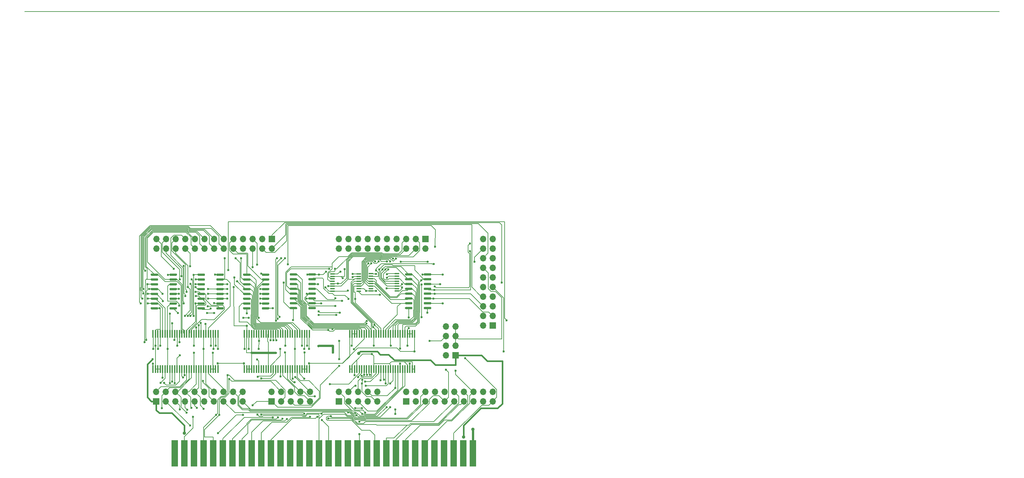
<source format=gtl>
G04 #@! TF.GenerationSoftware,KiCad,Pcbnew,(5.1.12-1-10_14)*
G04 #@! TF.CreationDate,2022-01-01T14:19:29-07:00*
G04 #@! TF.ProjectId,GenMemBlock,47656e4d-656d-4426-9c6f-636b2e6b6963,rev?*
G04 #@! TF.SameCoordinates,Original*
G04 #@! TF.FileFunction,Copper,L1,Top*
G04 #@! TF.FilePolarity,Positive*
%FSLAX46Y46*%
G04 Gerber Fmt 4.6, Leading zero omitted, Abs format (unit mm)*
G04 Created by KiCad (PCBNEW (5.1.12-1-10_14)) date 2022-01-01 14:19:29*
%MOMM*%
%LPD*%
G01*
G04 APERTURE LIST*
G04 #@! TA.AperFunction,ComponentPad*
%ADD10O,1.700000X1.700000*%
G04 #@! TD*
G04 #@! TA.AperFunction,ComponentPad*
%ADD11R,1.700000X1.700000*%
G04 #@! TD*
G04 #@! TA.AperFunction,SMDPad,CuDef*
%ADD12R,1.778000X6.985000*%
G04 #@! TD*
G04 #@! TA.AperFunction,SMDPad,CuDef*
%ADD13R,1.200000X0.400000*%
G04 #@! TD*
G04 #@! TA.AperFunction,SMDPad,CuDef*
%ADD14R,0.406400X2.044700*%
G04 #@! TD*
G04 #@! TA.AperFunction,ViaPad*
%ADD15C,0.600000*%
G04 #@! TD*
G04 #@! TA.AperFunction,ViaPad*
%ADD16C,0.900000*%
G04 #@! TD*
G04 #@! TA.AperFunction,Conductor*
%ADD17C,0.127000*%
G04 #@! TD*
G04 #@! TA.AperFunction,Conductor*
%ADD18C,0.150000*%
G04 #@! TD*
G04 #@! TA.AperFunction,Conductor*
%ADD19C,0.400000*%
G04 #@! TD*
G04 #@! TA.AperFunction,Conductor*
%ADD20C,0.600000*%
G04 #@! TD*
G04 #@! TA.AperFunction,Conductor*
%ADD21C,0.200000*%
G04 #@! TD*
G04 APERTURE END LIST*
D10*
X112268000Y-97282000D03*
X114808000Y-97282000D03*
X112268000Y-99822000D03*
X114808000Y-99822000D03*
X112268000Y-102362000D03*
X114808000Y-102362000D03*
X112268000Y-104902000D03*
D11*
X114808000Y-104902000D03*
D12*
X119380000Y-130810000D03*
X116840000Y-130810000D03*
X114300000Y-130810000D03*
X111760000Y-130810000D03*
X109220000Y-130810000D03*
X106680000Y-130810000D03*
X104140000Y-130810000D03*
X101600000Y-130810000D03*
X99060000Y-130810000D03*
X96520000Y-130810000D03*
X93980000Y-130810000D03*
X91440000Y-130810000D03*
X88900000Y-130810000D03*
X86360000Y-130810000D03*
X83820000Y-130810000D03*
X81280000Y-130810000D03*
X78740000Y-130810000D03*
X76200000Y-130810000D03*
X73660000Y-130810000D03*
X71120000Y-130810000D03*
X68580000Y-130810000D03*
X66040000Y-130810000D03*
X63500000Y-130810000D03*
X60960000Y-130810000D03*
X58420000Y-130810000D03*
X55880000Y-130810000D03*
X53340000Y-130810000D03*
X50800000Y-130810000D03*
X48260000Y-130810000D03*
X45720000Y-130810000D03*
X43180000Y-130810000D03*
X40640000Y-130810000D03*
D13*
X99309600Y-83335200D03*
X99309600Y-83985200D03*
X99309600Y-84635200D03*
X99309600Y-85285200D03*
X99309600Y-85935200D03*
X99309600Y-86585200D03*
X99309600Y-87235200D03*
X99309600Y-87885200D03*
X92409600Y-87885200D03*
X92409600Y-87235200D03*
X92409600Y-86585200D03*
X92409600Y-85935200D03*
X92409600Y-85285200D03*
X92409600Y-84635200D03*
X92409600Y-83985200D03*
X92409600Y-83335200D03*
X89200400Y-83373800D03*
X89200400Y-84023800D03*
X89200400Y-84673800D03*
X89200400Y-85323800D03*
X89200400Y-85973800D03*
X89200400Y-86623800D03*
X89200400Y-87273800D03*
X89200400Y-87923800D03*
X82300400Y-87923800D03*
X82300400Y-87273800D03*
X82300400Y-86623800D03*
X82300400Y-85973800D03*
X82300400Y-85323800D03*
X82300400Y-84673800D03*
X82300400Y-84023800D03*
X82300400Y-83373800D03*
D14*
X103944500Y-108553250D03*
X103309500Y-108553250D03*
X102674500Y-108553250D03*
X102039500Y-108553250D03*
X101404500Y-108553250D03*
X100769500Y-108553250D03*
X100134500Y-108553250D03*
X99499500Y-108553250D03*
X98864500Y-108553250D03*
X98229500Y-108553250D03*
X97594500Y-108553250D03*
X96959500Y-108553250D03*
X96324500Y-108553250D03*
X95689500Y-108553250D03*
X95054500Y-108553250D03*
X94419500Y-108553250D03*
X93784500Y-108553250D03*
X93149500Y-108553250D03*
X92514500Y-108553250D03*
X91879500Y-108553250D03*
X91244500Y-108553250D03*
X90609500Y-108553250D03*
X89974500Y-108553250D03*
X89339500Y-108553250D03*
X88704500Y-108553250D03*
X88069500Y-108553250D03*
X87434500Y-108553250D03*
X86799500Y-108553250D03*
X86799500Y-99218750D03*
X87434500Y-99218750D03*
X88069500Y-99218750D03*
X88704500Y-99218750D03*
X89339500Y-99218750D03*
X89974500Y-99218750D03*
X90609500Y-99218750D03*
X91244500Y-99218750D03*
X91879500Y-99218750D03*
X92514500Y-99218750D03*
X93149500Y-99218750D03*
X93784500Y-99218750D03*
X94419500Y-99218750D03*
X95054500Y-99218750D03*
X95689500Y-99218750D03*
X96324500Y-99218750D03*
X96959500Y-99218750D03*
X97594500Y-99218750D03*
X98229500Y-99218750D03*
X98864500Y-99218750D03*
X99499500Y-99218750D03*
X100134500Y-99218750D03*
X100769500Y-99218750D03*
X101404500Y-99218750D03*
X102039500Y-99218750D03*
X102674500Y-99218750D03*
X103309500Y-99218750D03*
X103944500Y-99218750D03*
X52006500Y-108553250D03*
X51371500Y-108553250D03*
X50736500Y-108553250D03*
X50101500Y-108553250D03*
X49466500Y-108553250D03*
X48831500Y-108553250D03*
X48196500Y-108553250D03*
X47561500Y-108553250D03*
X46926500Y-108553250D03*
X46291500Y-108553250D03*
X45656500Y-108553250D03*
X45021500Y-108553250D03*
X44386500Y-108553250D03*
X43751500Y-108553250D03*
X43116500Y-108553250D03*
X42481500Y-108553250D03*
X41846500Y-108553250D03*
X41211500Y-108553250D03*
X40576500Y-108553250D03*
X39941500Y-108553250D03*
X39306500Y-108553250D03*
X38671500Y-108553250D03*
X38036500Y-108553250D03*
X37401500Y-108553250D03*
X36766500Y-108553250D03*
X36131500Y-108553250D03*
X35496500Y-108553250D03*
X34861500Y-108553250D03*
X34861500Y-99218750D03*
X35496500Y-99218750D03*
X36131500Y-99218750D03*
X36766500Y-99218750D03*
X37401500Y-99218750D03*
X38036500Y-99218750D03*
X38671500Y-99218750D03*
X39306500Y-99218750D03*
X39941500Y-99218750D03*
X40576500Y-99218750D03*
X41211500Y-99218750D03*
X41846500Y-99218750D03*
X42481500Y-99218750D03*
X43116500Y-99218750D03*
X43751500Y-99218750D03*
X44386500Y-99218750D03*
X45021500Y-99218750D03*
X45656500Y-99218750D03*
X46291500Y-99218750D03*
X46926500Y-99218750D03*
X47561500Y-99218750D03*
X48196500Y-99218750D03*
X48831500Y-99218750D03*
X49466500Y-99218750D03*
X50101500Y-99218750D03*
X50736500Y-99218750D03*
X51371500Y-99218750D03*
X52006500Y-99218750D03*
X76139900Y-108553250D03*
X75504900Y-108553250D03*
X74869900Y-108553250D03*
X74234900Y-108553250D03*
X73599900Y-108553250D03*
X72964900Y-108553250D03*
X72329900Y-108553250D03*
X71694900Y-108553250D03*
X71059900Y-108553250D03*
X70424900Y-108553250D03*
X69789900Y-108553250D03*
X69154900Y-108553250D03*
X68519900Y-108553250D03*
X67884900Y-108553250D03*
X67249900Y-108553250D03*
X66614900Y-108553250D03*
X65979900Y-108553250D03*
X65344900Y-108553250D03*
X64709900Y-108553250D03*
X64074900Y-108553250D03*
X63439900Y-108553250D03*
X62804900Y-108553250D03*
X62169900Y-108553250D03*
X61534900Y-108553250D03*
X60899900Y-108553250D03*
X60264900Y-108553250D03*
X59629900Y-108553250D03*
X58994900Y-108553250D03*
X58994900Y-99218750D03*
X59629900Y-99218750D03*
X60264900Y-99218750D03*
X60899900Y-99218750D03*
X61534900Y-99218750D03*
X62169900Y-99218750D03*
X62804900Y-99218750D03*
X63439900Y-99218750D03*
X64074900Y-99218750D03*
X64709900Y-99218750D03*
X65344900Y-99218750D03*
X65979900Y-99218750D03*
X66614900Y-99218750D03*
X67249900Y-99218750D03*
X67884900Y-99218750D03*
X68519900Y-99218750D03*
X69154900Y-99218750D03*
X69789900Y-99218750D03*
X70424900Y-99218750D03*
X71059900Y-99218750D03*
X71694900Y-99218750D03*
X72329900Y-99218750D03*
X72964900Y-99218750D03*
X73599900Y-99218750D03*
X74234900Y-99218750D03*
X74869900Y-99218750D03*
X75504900Y-99218750D03*
X76139900Y-99218750D03*
D10*
X35789000Y-76690000D03*
X35789000Y-74150000D03*
X38329000Y-76690000D03*
X38329000Y-74150000D03*
X40869000Y-76690000D03*
X40869000Y-74150000D03*
X43409000Y-76690000D03*
X43409000Y-74150000D03*
X45949000Y-76690000D03*
X45949000Y-74150000D03*
X48489000Y-76690000D03*
X48489000Y-74150000D03*
X51029000Y-76690000D03*
X51029000Y-74150000D03*
X53569000Y-76690000D03*
X53569000Y-74150000D03*
X56109000Y-76690000D03*
X56109000Y-74150000D03*
X58649000Y-76690000D03*
X58649000Y-74150000D03*
X61189000Y-76690000D03*
X61189000Y-74150000D03*
X63729000Y-76690000D03*
X63729000Y-74150000D03*
X66269000Y-76690000D03*
D11*
X66269000Y-74150000D03*
D10*
X76327000Y-114503200D03*
X76327000Y-117043200D03*
X73787000Y-114503200D03*
X73787000Y-117043200D03*
X71247000Y-114503200D03*
X71247000Y-117043200D03*
X68707000Y-114503200D03*
X68707000Y-117043200D03*
X66167000Y-114503200D03*
D11*
X66167000Y-117043200D03*
D10*
X94107000Y-114503200D03*
X94107000Y-117043200D03*
X91567000Y-114503200D03*
X91567000Y-117043200D03*
X89027000Y-114503200D03*
X89027000Y-117043200D03*
X86487000Y-114503200D03*
X86487000Y-117043200D03*
X83947000Y-114503200D03*
D11*
X83947000Y-117043200D03*
D10*
X124587000Y-114503200D03*
X124587000Y-117043200D03*
X122047000Y-114503200D03*
X122047000Y-117043200D03*
X119507000Y-114503200D03*
X119507000Y-117043200D03*
X116967000Y-114503200D03*
X116967000Y-117043200D03*
X114427000Y-114503200D03*
X114427000Y-117043200D03*
X111887000Y-114503200D03*
X111887000Y-117043200D03*
X109347000Y-114503200D03*
X109347000Y-117043200D03*
X106807000Y-114503200D03*
X106807000Y-117043200D03*
X104267000Y-114503200D03*
X104267000Y-117043200D03*
X101727000Y-114503200D03*
D11*
X101727000Y-117043200D03*
D10*
X58572400Y-114503200D03*
X58572400Y-117043200D03*
X56032400Y-114503200D03*
X56032400Y-117043200D03*
X53492400Y-114503200D03*
X53492400Y-117043200D03*
X50952400Y-114503200D03*
X50952400Y-117043200D03*
X48412400Y-114503200D03*
X48412400Y-117043200D03*
X45872400Y-114503200D03*
X45872400Y-117043200D03*
X43332400Y-114503200D03*
X43332400Y-117043200D03*
X40792400Y-114503200D03*
X40792400Y-117043200D03*
X38252400Y-114503200D03*
X38252400Y-117043200D03*
X35712400Y-114503200D03*
D11*
X35712400Y-117043200D03*
D10*
X83921600Y-76690000D03*
X83921600Y-74150000D03*
X86461600Y-76690000D03*
X86461600Y-74150000D03*
X89001600Y-76690000D03*
X89001600Y-74150000D03*
X91541600Y-76690000D03*
X91541600Y-74150000D03*
X94081600Y-76690000D03*
X94081600Y-74150000D03*
X96621600Y-76690000D03*
X96621600Y-74150000D03*
X99161600Y-76690000D03*
X99161600Y-74150000D03*
X101701600Y-76690000D03*
X101701600Y-74150000D03*
X104241600Y-76690000D03*
X104241600Y-74150000D03*
X106781600Y-76690000D03*
D11*
X106781600Y-74150000D03*
D10*
X122037000Y-74140000D03*
X124577000Y-74140000D03*
X122037000Y-76680000D03*
X124577000Y-76680000D03*
X122037000Y-79220000D03*
X124577000Y-79220000D03*
X122037000Y-81760000D03*
X124577000Y-81760000D03*
X122037000Y-84300000D03*
X124577000Y-84300000D03*
X122037000Y-86840000D03*
X124577000Y-86840000D03*
X122037000Y-89380000D03*
X124577000Y-89380000D03*
X122037000Y-91920000D03*
X124577000Y-91920000D03*
X122037000Y-94460000D03*
X124577000Y-94460000D03*
X122037000Y-97000000D03*
D11*
X124577000Y-97000000D03*
G04 #@! TA.AperFunction,SMDPad,CuDef*
G36*
G01*
X39219000Y-83716000D02*
X39219000Y-83416000D01*
G75*
G02*
X39369000Y-83266000I150000J0D01*
G01*
X41019000Y-83266000D01*
G75*
G02*
X41169000Y-83416000I0J-150000D01*
G01*
X41169000Y-83716000D01*
G75*
G02*
X41019000Y-83866000I-150000J0D01*
G01*
X39369000Y-83866000D01*
G75*
G02*
X39219000Y-83716000I0J150000D01*
G01*
G37*
G04 #@! TD.AperFunction*
G04 #@! TA.AperFunction,SMDPad,CuDef*
G36*
G01*
X39219000Y-84986000D02*
X39219000Y-84686000D01*
G75*
G02*
X39369000Y-84536000I150000J0D01*
G01*
X41019000Y-84536000D01*
G75*
G02*
X41169000Y-84686000I0J-150000D01*
G01*
X41169000Y-84986000D01*
G75*
G02*
X41019000Y-85136000I-150000J0D01*
G01*
X39369000Y-85136000D01*
G75*
G02*
X39219000Y-84986000I0J150000D01*
G01*
G37*
G04 #@! TD.AperFunction*
G04 #@! TA.AperFunction,SMDPad,CuDef*
G36*
G01*
X39219000Y-86256000D02*
X39219000Y-85956000D01*
G75*
G02*
X39369000Y-85806000I150000J0D01*
G01*
X41019000Y-85806000D01*
G75*
G02*
X41169000Y-85956000I0J-150000D01*
G01*
X41169000Y-86256000D01*
G75*
G02*
X41019000Y-86406000I-150000J0D01*
G01*
X39369000Y-86406000D01*
G75*
G02*
X39219000Y-86256000I0J150000D01*
G01*
G37*
G04 #@! TD.AperFunction*
G04 #@! TA.AperFunction,SMDPad,CuDef*
G36*
G01*
X39219000Y-87526000D02*
X39219000Y-87226000D01*
G75*
G02*
X39369000Y-87076000I150000J0D01*
G01*
X41019000Y-87076000D01*
G75*
G02*
X41169000Y-87226000I0J-150000D01*
G01*
X41169000Y-87526000D01*
G75*
G02*
X41019000Y-87676000I-150000J0D01*
G01*
X39369000Y-87676000D01*
G75*
G02*
X39219000Y-87526000I0J150000D01*
G01*
G37*
G04 #@! TD.AperFunction*
G04 #@! TA.AperFunction,SMDPad,CuDef*
G36*
G01*
X39219000Y-88796000D02*
X39219000Y-88496000D01*
G75*
G02*
X39369000Y-88346000I150000J0D01*
G01*
X41019000Y-88346000D01*
G75*
G02*
X41169000Y-88496000I0J-150000D01*
G01*
X41169000Y-88796000D01*
G75*
G02*
X41019000Y-88946000I-150000J0D01*
G01*
X39369000Y-88946000D01*
G75*
G02*
X39219000Y-88796000I0J150000D01*
G01*
G37*
G04 #@! TD.AperFunction*
G04 #@! TA.AperFunction,SMDPad,CuDef*
G36*
G01*
X39219000Y-90066000D02*
X39219000Y-89766000D01*
G75*
G02*
X39369000Y-89616000I150000J0D01*
G01*
X41019000Y-89616000D01*
G75*
G02*
X41169000Y-89766000I0J-150000D01*
G01*
X41169000Y-90066000D01*
G75*
G02*
X41019000Y-90216000I-150000J0D01*
G01*
X39369000Y-90216000D01*
G75*
G02*
X39219000Y-90066000I0J150000D01*
G01*
G37*
G04 #@! TD.AperFunction*
G04 #@! TA.AperFunction,SMDPad,CuDef*
G36*
G01*
X39219000Y-91336000D02*
X39219000Y-91036000D01*
G75*
G02*
X39369000Y-90886000I150000J0D01*
G01*
X41019000Y-90886000D01*
G75*
G02*
X41169000Y-91036000I0J-150000D01*
G01*
X41169000Y-91336000D01*
G75*
G02*
X41019000Y-91486000I-150000J0D01*
G01*
X39369000Y-91486000D01*
G75*
G02*
X39219000Y-91336000I0J150000D01*
G01*
G37*
G04 #@! TD.AperFunction*
G04 #@! TA.AperFunction,SMDPad,CuDef*
G36*
G01*
X39219000Y-92606000D02*
X39219000Y-92306000D01*
G75*
G02*
X39369000Y-92156000I150000J0D01*
G01*
X41019000Y-92156000D01*
G75*
G02*
X41169000Y-92306000I0J-150000D01*
G01*
X41169000Y-92606000D01*
G75*
G02*
X41019000Y-92756000I-150000J0D01*
G01*
X39369000Y-92756000D01*
G75*
G02*
X39219000Y-92606000I0J150000D01*
G01*
G37*
G04 #@! TD.AperFunction*
G04 #@! TA.AperFunction,SMDPad,CuDef*
G36*
G01*
X34269000Y-92606000D02*
X34269000Y-92306000D01*
G75*
G02*
X34419000Y-92156000I150000J0D01*
G01*
X36069000Y-92156000D01*
G75*
G02*
X36219000Y-92306000I0J-150000D01*
G01*
X36219000Y-92606000D01*
G75*
G02*
X36069000Y-92756000I-150000J0D01*
G01*
X34419000Y-92756000D01*
G75*
G02*
X34269000Y-92606000I0J150000D01*
G01*
G37*
G04 #@! TD.AperFunction*
G04 #@! TA.AperFunction,SMDPad,CuDef*
G36*
G01*
X34269000Y-91336000D02*
X34269000Y-91036000D01*
G75*
G02*
X34419000Y-90886000I150000J0D01*
G01*
X36069000Y-90886000D01*
G75*
G02*
X36219000Y-91036000I0J-150000D01*
G01*
X36219000Y-91336000D01*
G75*
G02*
X36069000Y-91486000I-150000J0D01*
G01*
X34419000Y-91486000D01*
G75*
G02*
X34269000Y-91336000I0J150000D01*
G01*
G37*
G04 #@! TD.AperFunction*
G04 #@! TA.AperFunction,SMDPad,CuDef*
G36*
G01*
X34269000Y-90066000D02*
X34269000Y-89766000D01*
G75*
G02*
X34419000Y-89616000I150000J0D01*
G01*
X36069000Y-89616000D01*
G75*
G02*
X36219000Y-89766000I0J-150000D01*
G01*
X36219000Y-90066000D01*
G75*
G02*
X36069000Y-90216000I-150000J0D01*
G01*
X34419000Y-90216000D01*
G75*
G02*
X34269000Y-90066000I0J150000D01*
G01*
G37*
G04 #@! TD.AperFunction*
G04 #@! TA.AperFunction,SMDPad,CuDef*
G36*
G01*
X34269000Y-88796000D02*
X34269000Y-88496000D01*
G75*
G02*
X34419000Y-88346000I150000J0D01*
G01*
X36069000Y-88346000D01*
G75*
G02*
X36219000Y-88496000I0J-150000D01*
G01*
X36219000Y-88796000D01*
G75*
G02*
X36069000Y-88946000I-150000J0D01*
G01*
X34419000Y-88946000D01*
G75*
G02*
X34269000Y-88796000I0J150000D01*
G01*
G37*
G04 #@! TD.AperFunction*
G04 #@! TA.AperFunction,SMDPad,CuDef*
G36*
G01*
X34269000Y-87526000D02*
X34269000Y-87226000D01*
G75*
G02*
X34419000Y-87076000I150000J0D01*
G01*
X36069000Y-87076000D01*
G75*
G02*
X36219000Y-87226000I0J-150000D01*
G01*
X36219000Y-87526000D01*
G75*
G02*
X36069000Y-87676000I-150000J0D01*
G01*
X34419000Y-87676000D01*
G75*
G02*
X34269000Y-87526000I0J150000D01*
G01*
G37*
G04 #@! TD.AperFunction*
G04 #@! TA.AperFunction,SMDPad,CuDef*
G36*
G01*
X34269000Y-86256000D02*
X34269000Y-85956000D01*
G75*
G02*
X34419000Y-85806000I150000J0D01*
G01*
X36069000Y-85806000D01*
G75*
G02*
X36219000Y-85956000I0J-150000D01*
G01*
X36219000Y-86256000D01*
G75*
G02*
X36069000Y-86406000I-150000J0D01*
G01*
X34419000Y-86406000D01*
G75*
G02*
X34269000Y-86256000I0J150000D01*
G01*
G37*
G04 #@! TD.AperFunction*
G04 #@! TA.AperFunction,SMDPad,CuDef*
G36*
G01*
X34269000Y-84986000D02*
X34269000Y-84686000D01*
G75*
G02*
X34419000Y-84536000I150000J0D01*
G01*
X36069000Y-84536000D01*
G75*
G02*
X36219000Y-84686000I0J-150000D01*
G01*
X36219000Y-84986000D01*
G75*
G02*
X36069000Y-85136000I-150000J0D01*
G01*
X34419000Y-85136000D01*
G75*
G02*
X34269000Y-84986000I0J150000D01*
G01*
G37*
G04 #@! TD.AperFunction*
G04 #@! TA.AperFunction,SMDPad,CuDef*
G36*
G01*
X34269000Y-83716000D02*
X34269000Y-83416000D01*
G75*
G02*
X34419000Y-83266000I150000J0D01*
G01*
X36069000Y-83266000D01*
G75*
G02*
X36219000Y-83416000I0J-150000D01*
G01*
X36219000Y-83716000D01*
G75*
G02*
X36069000Y-83866000I-150000J0D01*
G01*
X34419000Y-83866000D01*
G75*
G02*
X34269000Y-83716000I0J150000D01*
G01*
G37*
G04 #@! TD.AperFunction*
G04 #@! TA.AperFunction,SMDPad,CuDef*
G36*
G01*
X63615700Y-83716000D02*
X63615700Y-83416000D01*
G75*
G02*
X63765700Y-83266000I150000J0D01*
G01*
X65415700Y-83266000D01*
G75*
G02*
X65565700Y-83416000I0J-150000D01*
G01*
X65565700Y-83716000D01*
G75*
G02*
X65415700Y-83866000I-150000J0D01*
G01*
X63765700Y-83866000D01*
G75*
G02*
X63615700Y-83716000I0J150000D01*
G01*
G37*
G04 #@! TD.AperFunction*
G04 #@! TA.AperFunction,SMDPad,CuDef*
G36*
G01*
X63615700Y-84986000D02*
X63615700Y-84686000D01*
G75*
G02*
X63765700Y-84536000I150000J0D01*
G01*
X65415700Y-84536000D01*
G75*
G02*
X65565700Y-84686000I0J-150000D01*
G01*
X65565700Y-84986000D01*
G75*
G02*
X65415700Y-85136000I-150000J0D01*
G01*
X63765700Y-85136000D01*
G75*
G02*
X63615700Y-84986000I0J150000D01*
G01*
G37*
G04 #@! TD.AperFunction*
G04 #@! TA.AperFunction,SMDPad,CuDef*
G36*
G01*
X63615700Y-86256000D02*
X63615700Y-85956000D01*
G75*
G02*
X63765700Y-85806000I150000J0D01*
G01*
X65415700Y-85806000D01*
G75*
G02*
X65565700Y-85956000I0J-150000D01*
G01*
X65565700Y-86256000D01*
G75*
G02*
X65415700Y-86406000I-150000J0D01*
G01*
X63765700Y-86406000D01*
G75*
G02*
X63615700Y-86256000I0J150000D01*
G01*
G37*
G04 #@! TD.AperFunction*
G04 #@! TA.AperFunction,SMDPad,CuDef*
G36*
G01*
X63615700Y-87526000D02*
X63615700Y-87226000D01*
G75*
G02*
X63765700Y-87076000I150000J0D01*
G01*
X65415700Y-87076000D01*
G75*
G02*
X65565700Y-87226000I0J-150000D01*
G01*
X65565700Y-87526000D01*
G75*
G02*
X65415700Y-87676000I-150000J0D01*
G01*
X63765700Y-87676000D01*
G75*
G02*
X63615700Y-87526000I0J150000D01*
G01*
G37*
G04 #@! TD.AperFunction*
G04 #@! TA.AperFunction,SMDPad,CuDef*
G36*
G01*
X63615700Y-88796000D02*
X63615700Y-88496000D01*
G75*
G02*
X63765700Y-88346000I150000J0D01*
G01*
X65415700Y-88346000D01*
G75*
G02*
X65565700Y-88496000I0J-150000D01*
G01*
X65565700Y-88796000D01*
G75*
G02*
X65415700Y-88946000I-150000J0D01*
G01*
X63765700Y-88946000D01*
G75*
G02*
X63615700Y-88796000I0J150000D01*
G01*
G37*
G04 #@! TD.AperFunction*
G04 #@! TA.AperFunction,SMDPad,CuDef*
G36*
G01*
X63615700Y-90066000D02*
X63615700Y-89766000D01*
G75*
G02*
X63765700Y-89616000I150000J0D01*
G01*
X65415700Y-89616000D01*
G75*
G02*
X65565700Y-89766000I0J-150000D01*
G01*
X65565700Y-90066000D01*
G75*
G02*
X65415700Y-90216000I-150000J0D01*
G01*
X63765700Y-90216000D01*
G75*
G02*
X63615700Y-90066000I0J150000D01*
G01*
G37*
G04 #@! TD.AperFunction*
G04 #@! TA.AperFunction,SMDPad,CuDef*
G36*
G01*
X63615700Y-91336000D02*
X63615700Y-91036000D01*
G75*
G02*
X63765700Y-90886000I150000J0D01*
G01*
X65415700Y-90886000D01*
G75*
G02*
X65565700Y-91036000I0J-150000D01*
G01*
X65565700Y-91336000D01*
G75*
G02*
X65415700Y-91486000I-150000J0D01*
G01*
X63765700Y-91486000D01*
G75*
G02*
X63615700Y-91336000I0J150000D01*
G01*
G37*
G04 #@! TD.AperFunction*
G04 #@! TA.AperFunction,SMDPad,CuDef*
G36*
G01*
X63615700Y-92606000D02*
X63615700Y-92306000D01*
G75*
G02*
X63765700Y-92156000I150000J0D01*
G01*
X65415700Y-92156000D01*
G75*
G02*
X65565700Y-92306000I0J-150000D01*
G01*
X65565700Y-92606000D01*
G75*
G02*
X65415700Y-92756000I-150000J0D01*
G01*
X63765700Y-92756000D01*
G75*
G02*
X63615700Y-92606000I0J150000D01*
G01*
G37*
G04 #@! TD.AperFunction*
G04 #@! TA.AperFunction,SMDPad,CuDef*
G36*
G01*
X58665700Y-92606000D02*
X58665700Y-92306000D01*
G75*
G02*
X58815700Y-92156000I150000J0D01*
G01*
X60465700Y-92156000D01*
G75*
G02*
X60615700Y-92306000I0J-150000D01*
G01*
X60615700Y-92606000D01*
G75*
G02*
X60465700Y-92756000I-150000J0D01*
G01*
X58815700Y-92756000D01*
G75*
G02*
X58665700Y-92606000I0J150000D01*
G01*
G37*
G04 #@! TD.AperFunction*
G04 #@! TA.AperFunction,SMDPad,CuDef*
G36*
G01*
X58665700Y-91336000D02*
X58665700Y-91036000D01*
G75*
G02*
X58815700Y-90886000I150000J0D01*
G01*
X60465700Y-90886000D01*
G75*
G02*
X60615700Y-91036000I0J-150000D01*
G01*
X60615700Y-91336000D01*
G75*
G02*
X60465700Y-91486000I-150000J0D01*
G01*
X58815700Y-91486000D01*
G75*
G02*
X58665700Y-91336000I0J150000D01*
G01*
G37*
G04 #@! TD.AperFunction*
G04 #@! TA.AperFunction,SMDPad,CuDef*
G36*
G01*
X58665700Y-90066000D02*
X58665700Y-89766000D01*
G75*
G02*
X58815700Y-89616000I150000J0D01*
G01*
X60465700Y-89616000D01*
G75*
G02*
X60615700Y-89766000I0J-150000D01*
G01*
X60615700Y-90066000D01*
G75*
G02*
X60465700Y-90216000I-150000J0D01*
G01*
X58815700Y-90216000D01*
G75*
G02*
X58665700Y-90066000I0J150000D01*
G01*
G37*
G04 #@! TD.AperFunction*
G04 #@! TA.AperFunction,SMDPad,CuDef*
G36*
G01*
X58665700Y-88796000D02*
X58665700Y-88496000D01*
G75*
G02*
X58815700Y-88346000I150000J0D01*
G01*
X60465700Y-88346000D01*
G75*
G02*
X60615700Y-88496000I0J-150000D01*
G01*
X60615700Y-88796000D01*
G75*
G02*
X60465700Y-88946000I-150000J0D01*
G01*
X58815700Y-88946000D01*
G75*
G02*
X58665700Y-88796000I0J150000D01*
G01*
G37*
G04 #@! TD.AperFunction*
G04 #@! TA.AperFunction,SMDPad,CuDef*
G36*
G01*
X58665700Y-87526000D02*
X58665700Y-87226000D01*
G75*
G02*
X58815700Y-87076000I150000J0D01*
G01*
X60465700Y-87076000D01*
G75*
G02*
X60615700Y-87226000I0J-150000D01*
G01*
X60615700Y-87526000D01*
G75*
G02*
X60465700Y-87676000I-150000J0D01*
G01*
X58815700Y-87676000D01*
G75*
G02*
X58665700Y-87526000I0J150000D01*
G01*
G37*
G04 #@! TD.AperFunction*
G04 #@! TA.AperFunction,SMDPad,CuDef*
G36*
G01*
X58665700Y-86256000D02*
X58665700Y-85956000D01*
G75*
G02*
X58815700Y-85806000I150000J0D01*
G01*
X60465700Y-85806000D01*
G75*
G02*
X60615700Y-85956000I0J-150000D01*
G01*
X60615700Y-86256000D01*
G75*
G02*
X60465700Y-86406000I-150000J0D01*
G01*
X58815700Y-86406000D01*
G75*
G02*
X58665700Y-86256000I0J150000D01*
G01*
G37*
G04 #@! TD.AperFunction*
G04 #@! TA.AperFunction,SMDPad,CuDef*
G36*
G01*
X58665700Y-84986000D02*
X58665700Y-84686000D01*
G75*
G02*
X58815700Y-84536000I150000J0D01*
G01*
X60465700Y-84536000D01*
G75*
G02*
X60615700Y-84686000I0J-150000D01*
G01*
X60615700Y-84986000D01*
G75*
G02*
X60465700Y-85136000I-150000J0D01*
G01*
X58815700Y-85136000D01*
G75*
G02*
X58665700Y-84986000I0J150000D01*
G01*
G37*
G04 #@! TD.AperFunction*
G04 #@! TA.AperFunction,SMDPad,CuDef*
G36*
G01*
X58665700Y-83716000D02*
X58665700Y-83416000D01*
G75*
G02*
X58815700Y-83266000I150000J0D01*
G01*
X60465700Y-83266000D01*
G75*
G02*
X60615700Y-83416000I0J-150000D01*
G01*
X60615700Y-83716000D01*
G75*
G02*
X60465700Y-83866000I-150000J0D01*
G01*
X58815700Y-83866000D01*
G75*
G02*
X58665700Y-83716000I0J150000D01*
G01*
G37*
G04 #@! TD.AperFunction*
G04 #@! TA.AperFunction,SMDPad,CuDef*
G36*
G01*
X51601500Y-83716000D02*
X51601500Y-83416000D01*
G75*
G02*
X51751500Y-83266000I150000J0D01*
G01*
X53401500Y-83266000D01*
G75*
G02*
X53551500Y-83416000I0J-150000D01*
G01*
X53551500Y-83716000D01*
G75*
G02*
X53401500Y-83866000I-150000J0D01*
G01*
X51751500Y-83866000D01*
G75*
G02*
X51601500Y-83716000I0J150000D01*
G01*
G37*
G04 #@! TD.AperFunction*
G04 #@! TA.AperFunction,SMDPad,CuDef*
G36*
G01*
X51601500Y-84986000D02*
X51601500Y-84686000D01*
G75*
G02*
X51751500Y-84536000I150000J0D01*
G01*
X53401500Y-84536000D01*
G75*
G02*
X53551500Y-84686000I0J-150000D01*
G01*
X53551500Y-84986000D01*
G75*
G02*
X53401500Y-85136000I-150000J0D01*
G01*
X51751500Y-85136000D01*
G75*
G02*
X51601500Y-84986000I0J150000D01*
G01*
G37*
G04 #@! TD.AperFunction*
G04 #@! TA.AperFunction,SMDPad,CuDef*
G36*
G01*
X51601500Y-86256000D02*
X51601500Y-85956000D01*
G75*
G02*
X51751500Y-85806000I150000J0D01*
G01*
X53401500Y-85806000D01*
G75*
G02*
X53551500Y-85956000I0J-150000D01*
G01*
X53551500Y-86256000D01*
G75*
G02*
X53401500Y-86406000I-150000J0D01*
G01*
X51751500Y-86406000D01*
G75*
G02*
X51601500Y-86256000I0J150000D01*
G01*
G37*
G04 #@! TD.AperFunction*
G04 #@! TA.AperFunction,SMDPad,CuDef*
G36*
G01*
X51601500Y-87526000D02*
X51601500Y-87226000D01*
G75*
G02*
X51751500Y-87076000I150000J0D01*
G01*
X53401500Y-87076000D01*
G75*
G02*
X53551500Y-87226000I0J-150000D01*
G01*
X53551500Y-87526000D01*
G75*
G02*
X53401500Y-87676000I-150000J0D01*
G01*
X51751500Y-87676000D01*
G75*
G02*
X51601500Y-87526000I0J150000D01*
G01*
G37*
G04 #@! TD.AperFunction*
G04 #@! TA.AperFunction,SMDPad,CuDef*
G36*
G01*
X51601500Y-88796000D02*
X51601500Y-88496000D01*
G75*
G02*
X51751500Y-88346000I150000J0D01*
G01*
X53401500Y-88346000D01*
G75*
G02*
X53551500Y-88496000I0J-150000D01*
G01*
X53551500Y-88796000D01*
G75*
G02*
X53401500Y-88946000I-150000J0D01*
G01*
X51751500Y-88946000D01*
G75*
G02*
X51601500Y-88796000I0J150000D01*
G01*
G37*
G04 #@! TD.AperFunction*
G04 #@! TA.AperFunction,SMDPad,CuDef*
G36*
G01*
X51601500Y-90066000D02*
X51601500Y-89766000D01*
G75*
G02*
X51751500Y-89616000I150000J0D01*
G01*
X53401500Y-89616000D01*
G75*
G02*
X53551500Y-89766000I0J-150000D01*
G01*
X53551500Y-90066000D01*
G75*
G02*
X53401500Y-90216000I-150000J0D01*
G01*
X51751500Y-90216000D01*
G75*
G02*
X51601500Y-90066000I0J150000D01*
G01*
G37*
G04 #@! TD.AperFunction*
G04 #@! TA.AperFunction,SMDPad,CuDef*
G36*
G01*
X51601500Y-91336000D02*
X51601500Y-91036000D01*
G75*
G02*
X51751500Y-90886000I150000J0D01*
G01*
X53401500Y-90886000D01*
G75*
G02*
X53551500Y-91036000I0J-150000D01*
G01*
X53551500Y-91336000D01*
G75*
G02*
X53401500Y-91486000I-150000J0D01*
G01*
X51751500Y-91486000D01*
G75*
G02*
X51601500Y-91336000I0J150000D01*
G01*
G37*
G04 #@! TD.AperFunction*
G04 #@! TA.AperFunction,SMDPad,CuDef*
G36*
G01*
X51601500Y-92606000D02*
X51601500Y-92306000D01*
G75*
G02*
X51751500Y-92156000I150000J0D01*
G01*
X53401500Y-92156000D01*
G75*
G02*
X53551500Y-92306000I0J-150000D01*
G01*
X53551500Y-92606000D01*
G75*
G02*
X53401500Y-92756000I-150000J0D01*
G01*
X51751500Y-92756000D01*
G75*
G02*
X51601500Y-92606000I0J150000D01*
G01*
G37*
G04 #@! TD.AperFunction*
G04 #@! TA.AperFunction,SMDPad,CuDef*
G36*
G01*
X46651500Y-92606000D02*
X46651500Y-92306000D01*
G75*
G02*
X46801500Y-92156000I150000J0D01*
G01*
X48451500Y-92156000D01*
G75*
G02*
X48601500Y-92306000I0J-150000D01*
G01*
X48601500Y-92606000D01*
G75*
G02*
X48451500Y-92756000I-150000J0D01*
G01*
X46801500Y-92756000D01*
G75*
G02*
X46651500Y-92606000I0J150000D01*
G01*
G37*
G04 #@! TD.AperFunction*
G04 #@! TA.AperFunction,SMDPad,CuDef*
G36*
G01*
X46651500Y-91336000D02*
X46651500Y-91036000D01*
G75*
G02*
X46801500Y-90886000I150000J0D01*
G01*
X48451500Y-90886000D01*
G75*
G02*
X48601500Y-91036000I0J-150000D01*
G01*
X48601500Y-91336000D01*
G75*
G02*
X48451500Y-91486000I-150000J0D01*
G01*
X46801500Y-91486000D01*
G75*
G02*
X46651500Y-91336000I0J150000D01*
G01*
G37*
G04 #@! TD.AperFunction*
G04 #@! TA.AperFunction,SMDPad,CuDef*
G36*
G01*
X46651500Y-90066000D02*
X46651500Y-89766000D01*
G75*
G02*
X46801500Y-89616000I150000J0D01*
G01*
X48451500Y-89616000D01*
G75*
G02*
X48601500Y-89766000I0J-150000D01*
G01*
X48601500Y-90066000D01*
G75*
G02*
X48451500Y-90216000I-150000J0D01*
G01*
X46801500Y-90216000D01*
G75*
G02*
X46651500Y-90066000I0J150000D01*
G01*
G37*
G04 #@! TD.AperFunction*
G04 #@! TA.AperFunction,SMDPad,CuDef*
G36*
G01*
X46651500Y-88796000D02*
X46651500Y-88496000D01*
G75*
G02*
X46801500Y-88346000I150000J0D01*
G01*
X48451500Y-88346000D01*
G75*
G02*
X48601500Y-88496000I0J-150000D01*
G01*
X48601500Y-88796000D01*
G75*
G02*
X48451500Y-88946000I-150000J0D01*
G01*
X46801500Y-88946000D01*
G75*
G02*
X46651500Y-88796000I0J150000D01*
G01*
G37*
G04 #@! TD.AperFunction*
G04 #@! TA.AperFunction,SMDPad,CuDef*
G36*
G01*
X46651500Y-87526000D02*
X46651500Y-87226000D01*
G75*
G02*
X46801500Y-87076000I150000J0D01*
G01*
X48451500Y-87076000D01*
G75*
G02*
X48601500Y-87226000I0J-150000D01*
G01*
X48601500Y-87526000D01*
G75*
G02*
X48451500Y-87676000I-150000J0D01*
G01*
X46801500Y-87676000D01*
G75*
G02*
X46651500Y-87526000I0J150000D01*
G01*
G37*
G04 #@! TD.AperFunction*
G04 #@! TA.AperFunction,SMDPad,CuDef*
G36*
G01*
X46651500Y-86256000D02*
X46651500Y-85956000D01*
G75*
G02*
X46801500Y-85806000I150000J0D01*
G01*
X48451500Y-85806000D01*
G75*
G02*
X48601500Y-85956000I0J-150000D01*
G01*
X48601500Y-86256000D01*
G75*
G02*
X48451500Y-86406000I-150000J0D01*
G01*
X46801500Y-86406000D01*
G75*
G02*
X46651500Y-86256000I0J150000D01*
G01*
G37*
G04 #@! TD.AperFunction*
G04 #@! TA.AperFunction,SMDPad,CuDef*
G36*
G01*
X46651500Y-84986000D02*
X46651500Y-84686000D01*
G75*
G02*
X46801500Y-84536000I150000J0D01*
G01*
X48451500Y-84536000D01*
G75*
G02*
X48601500Y-84686000I0J-150000D01*
G01*
X48601500Y-84986000D01*
G75*
G02*
X48451500Y-85136000I-150000J0D01*
G01*
X46801500Y-85136000D01*
G75*
G02*
X46651500Y-84986000I0J150000D01*
G01*
G37*
G04 #@! TD.AperFunction*
G04 #@! TA.AperFunction,SMDPad,CuDef*
G36*
G01*
X46651500Y-83716000D02*
X46651500Y-83416000D01*
G75*
G02*
X46801500Y-83266000I150000J0D01*
G01*
X48451500Y-83266000D01*
G75*
G02*
X48601500Y-83416000I0J-150000D01*
G01*
X48601500Y-83716000D01*
G75*
G02*
X48451500Y-83866000I-150000J0D01*
G01*
X46801500Y-83866000D01*
G75*
G02*
X46651500Y-83716000I0J150000D01*
G01*
G37*
G04 #@! TD.AperFunction*
G04 #@! TA.AperFunction,SMDPad,CuDef*
G36*
G01*
X75922000Y-83665200D02*
X75922000Y-83365200D01*
G75*
G02*
X76072000Y-83215200I150000J0D01*
G01*
X77722000Y-83215200D01*
G75*
G02*
X77872000Y-83365200I0J-150000D01*
G01*
X77872000Y-83665200D01*
G75*
G02*
X77722000Y-83815200I-150000J0D01*
G01*
X76072000Y-83815200D01*
G75*
G02*
X75922000Y-83665200I0J150000D01*
G01*
G37*
G04 #@! TD.AperFunction*
G04 #@! TA.AperFunction,SMDPad,CuDef*
G36*
G01*
X75922000Y-84935200D02*
X75922000Y-84635200D01*
G75*
G02*
X76072000Y-84485200I150000J0D01*
G01*
X77722000Y-84485200D01*
G75*
G02*
X77872000Y-84635200I0J-150000D01*
G01*
X77872000Y-84935200D01*
G75*
G02*
X77722000Y-85085200I-150000J0D01*
G01*
X76072000Y-85085200D01*
G75*
G02*
X75922000Y-84935200I0J150000D01*
G01*
G37*
G04 #@! TD.AperFunction*
G04 #@! TA.AperFunction,SMDPad,CuDef*
G36*
G01*
X75922000Y-86205200D02*
X75922000Y-85905200D01*
G75*
G02*
X76072000Y-85755200I150000J0D01*
G01*
X77722000Y-85755200D01*
G75*
G02*
X77872000Y-85905200I0J-150000D01*
G01*
X77872000Y-86205200D01*
G75*
G02*
X77722000Y-86355200I-150000J0D01*
G01*
X76072000Y-86355200D01*
G75*
G02*
X75922000Y-86205200I0J150000D01*
G01*
G37*
G04 #@! TD.AperFunction*
G04 #@! TA.AperFunction,SMDPad,CuDef*
G36*
G01*
X75922000Y-87475200D02*
X75922000Y-87175200D01*
G75*
G02*
X76072000Y-87025200I150000J0D01*
G01*
X77722000Y-87025200D01*
G75*
G02*
X77872000Y-87175200I0J-150000D01*
G01*
X77872000Y-87475200D01*
G75*
G02*
X77722000Y-87625200I-150000J0D01*
G01*
X76072000Y-87625200D01*
G75*
G02*
X75922000Y-87475200I0J150000D01*
G01*
G37*
G04 #@! TD.AperFunction*
G04 #@! TA.AperFunction,SMDPad,CuDef*
G36*
G01*
X75922000Y-88745200D02*
X75922000Y-88445200D01*
G75*
G02*
X76072000Y-88295200I150000J0D01*
G01*
X77722000Y-88295200D01*
G75*
G02*
X77872000Y-88445200I0J-150000D01*
G01*
X77872000Y-88745200D01*
G75*
G02*
X77722000Y-88895200I-150000J0D01*
G01*
X76072000Y-88895200D01*
G75*
G02*
X75922000Y-88745200I0J150000D01*
G01*
G37*
G04 #@! TD.AperFunction*
G04 #@! TA.AperFunction,SMDPad,CuDef*
G36*
G01*
X75922000Y-90015200D02*
X75922000Y-89715200D01*
G75*
G02*
X76072000Y-89565200I150000J0D01*
G01*
X77722000Y-89565200D01*
G75*
G02*
X77872000Y-89715200I0J-150000D01*
G01*
X77872000Y-90015200D01*
G75*
G02*
X77722000Y-90165200I-150000J0D01*
G01*
X76072000Y-90165200D01*
G75*
G02*
X75922000Y-90015200I0J150000D01*
G01*
G37*
G04 #@! TD.AperFunction*
G04 #@! TA.AperFunction,SMDPad,CuDef*
G36*
G01*
X75922000Y-91285200D02*
X75922000Y-90985200D01*
G75*
G02*
X76072000Y-90835200I150000J0D01*
G01*
X77722000Y-90835200D01*
G75*
G02*
X77872000Y-90985200I0J-150000D01*
G01*
X77872000Y-91285200D01*
G75*
G02*
X77722000Y-91435200I-150000J0D01*
G01*
X76072000Y-91435200D01*
G75*
G02*
X75922000Y-91285200I0J150000D01*
G01*
G37*
G04 #@! TD.AperFunction*
G04 #@! TA.AperFunction,SMDPad,CuDef*
G36*
G01*
X75922000Y-92555200D02*
X75922000Y-92255200D01*
G75*
G02*
X76072000Y-92105200I150000J0D01*
G01*
X77722000Y-92105200D01*
G75*
G02*
X77872000Y-92255200I0J-150000D01*
G01*
X77872000Y-92555200D01*
G75*
G02*
X77722000Y-92705200I-150000J0D01*
G01*
X76072000Y-92705200D01*
G75*
G02*
X75922000Y-92555200I0J150000D01*
G01*
G37*
G04 #@! TD.AperFunction*
G04 #@! TA.AperFunction,SMDPad,CuDef*
G36*
G01*
X70972000Y-92555200D02*
X70972000Y-92255200D01*
G75*
G02*
X71122000Y-92105200I150000J0D01*
G01*
X72772000Y-92105200D01*
G75*
G02*
X72922000Y-92255200I0J-150000D01*
G01*
X72922000Y-92555200D01*
G75*
G02*
X72772000Y-92705200I-150000J0D01*
G01*
X71122000Y-92705200D01*
G75*
G02*
X70972000Y-92555200I0J150000D01*
G01*
G37*
G04 #@! TD.AperFunction*
G04 #@! TA.AperFunction,SMDPad,CuDef*
G36*
G01*
X70972000Y-91285200D02*
X70972000Y-90985200D01*
G75*
G02*
X71122000Y-90835200I150000J0D01*
G01*
X72772000Y-90835200D01*
G75*
G02*
X72922000Y-90985200I0J-150000D01*
G01*
X72922000Y-91285200D01*
G75*
G02*
X72772000Y-91435200I-150000J0D01*
G01*
X71122000Y-91435200D01*
G75*
G02*
X70972000Y-91285200I0J150000D01*
G01*
G37*
G04 #@! TD.AperFunction*
G04 #@! TA.AperFunction,SMDPad,CuDef*
G36*
G01*
X70972000Y-90015200D02*
X70972000Y-89715200D01*
G75*
G02*
X71122000Y-89565200I150000J0D01*
G01*
X72772000Y-89565200D01*
G75*
G02*
X72922000Y-89715200I0J-150000D01*
G01*
X72922000Y-90015200D01*
G75*
G02*
X72772000Y-90165200I-150000J0D01*
G01*
X71122000Y-90165200D01*
G75*
G02*
X70972000Y-90015200I0J150000D01*
G01*
G37*
G04 #@! TD.AperFunction*
G04 #@! TA.AperFunction,SMDPad,CuDef*
G36*
G01*
X70972000Y-88745200D02*
X70972000Y-88445200D01*
G75*
G02*
X71122000Y-88295200I150000J0D01*
G01*
X72772000Y-88295200D01*
G75*
G02*
X72922000Y-88445200I0J-150000D01*
G01*
X72922000Y-88745200D01*
G75*
G02*
X72772000Y-88895200I-150000J0D01*
G01*
X71122000Y-88895200D01*
G75*
G02*
X70972000Y-88745200I0J150000D01*
G01*
G37*
G04 #@! TD.AperFunction*
G04 #@! TA.AperFunction,SMDPad,CuDef*
G36*
G01*
X70972000Y-87475200D02*
X70972000Y-87175200D01*
G75*
G02*
X71122000Y-87025200I150000J0D01*
G01*
X72772000Y-87025200D01*
G75*
G02*
X72922000Y-87175200I0J-150000D01*
G01*
X72922000Y-87475200D01*
G75*
G02*
X72772000Y-87625200I-150000J0D01*
G01*
X71122000Y-87625200D01*
G75*
G02*
X70972000Y-87475200I0J150000D01*
G01*
G37*
G04 #@! TD.AperFunction*
G04 #@! TA.AperFunction,SMDPad,CuDef*
G36*
G01*
X70972000Y-86205200D02*
X70972000Y-85905200D01*
G75*
G02*
X71122000Y-85755200I150000J0D01*
G01*
X72772000Y-85755200D01*
G75*
G02*
X72922000Y-85905200I0J-150000D01*
G01*
X72922000Y-86205200D01*
G75*
G02*
X72772000Y-86355200I-150000J0D01*
G01*
X71122000Y-86355200D01*
G75*
G02*
X70972000Y-86205200I0J150000D01*
G01*
G37*
G04 #@! TD.AperFunction*
G04 #@! TA.AperFunction,SMDPad,CuDef*
G36*
G01*
X70972000Y-84935200D02*
X70972000Y-84635200D01*
G75*
G02*
X71122000Y-84485200I150000J0D01*
G01*
X72772000Y-84485200D01*
G75*
G02*
X72922000Y-84635200I0J-150000D01*
G01*
X72922000Y-84935200D01*
G75*
G02*
X72772000Y-85085200I-150000J0D01*
G01*
X71122000Y-85085200D01*
G75*
G02*
X70972000Y-84935200I0J150000D01*
G01*
G37*
G04 #@! TD.AperFunction*
G04 #@! TA.AperFunction,SMDPad,CuDef*
G36*
G01*
X70972000Y-83665200D02*
X70972000Y-83365200D01*
G75*
G02*
X71122000Y-83215200I150000J0D01*
G01*
X72772000Y-83215200D01*
G75*
G02*
X72922000Y-83365200I0J-150000D01*
G01*
X72922000Y-83665200D01*
G75*
G02*
X72772000Y-83815200I-150000J0D01*
G01*
X71122000Y-83815200D01*
G75*
G02*
X70972000Y-83665200I0J150000D01*
G01*
G37*
G04 #@! TD.AperFunction*
G04 #@! TA.AperFunction,SMDPad,CuDef*
G36*
G01*
X106381600Y-83665200D02*
X106381600Y-83365200D01*
G75*
G02*
X106531600Y-83215200I150000J0D01*
G01*
X108181600Y-83215200D01*
G75*
G02*
X108331600Y-83365200I0J-150000D01*
G01*
X108331600Y-83665200D01*
G75*
G02*
X108181600Y-83815200I-150000J0D01*
G01*
X106531600Y-83815200D01*
G75*
G02*
X106381600Y-83665200I0J150000D01*
G01*
G37*
G04 #@! TD.AperFunction*
G04 #@! TA.AperFunction,SMDPad,CuDef*
G36*
G01*
X106381600Y-84935200D02*
X106381600Y-84635200D01*
G75*
G02*
X106531600Y-84485200I150000J0D01*
G01*
X108181600Y-84485200D01*
G75*
G02*
X108331600Y-84635200I0J-150000D01*
G01*
X108331600Y-84935200D01*
G75*
G02*
X108181600Y-85085200I-150000J0D01*
G01*
X106531600Y-85085200D01*
G75*
G02*
X106381600Y-84935200I0J150000D01*
G01*
G37*
G04 #@! TD.AperFunction*
G04 #@! TA.AperFunction,SMDPad,CuDef*
G36*
G01*
X106381600Y-86205200D02*
X106381600Y-85905200D01*
G75*
G02*
X106531600Y-85755200I150000J0D01*
G01*
X108181600Y-85755200D01*
G75*
G02*
X108331600Y-85905200I0J-150000D01*
G01*
X108331600Y-86205200D01*
G75*
G02*
X108181600Y-86355200I-150000J0D01*
G01*
X106531600Y-86355200D01*
G75*
G02*
X106381600Y-86205200I0J150000D01*
G01*
G37*
G04 #@! TD.AperFunction*
G04 #@! TA.AperFunction,SMDPad,CuDef*
G36*
G01*
X106381600Y-87475200D02*
X106381600Y-87175200D01*
G75*
G02*
X106531600Y-87025200I150000J0D01*
G01*
X108181600Y-87025200D01*
G75*
G02*
X108331600Y-87175200I0J-150000D01*
G01*
X108331600Y-87475200D01*
G75*
G02*
X108181600Y-87625200I-150000J0D01*
G01*
X106531600Y-87625200D01*
G75*
G02*
X106381600Y-87475200I0J150000D01*
G01*
G37*
G04 #@! TD.AperFunction*
G04 #@! TA.AperFunction,SMDPad,CuDef*
G36*
G01*
X106381600Y-88745200D02*
X106381600Y-88445200D01*
G75*
G02*
X106531600Y-88295200I150000J0D01*
G01*
X108181600Y-88295200D01*
G75*
G02*
X108331600Y-88445200I0J-150000D01*
G01*
X108331600Y-88745200D01*
G75*
G02*
X108181600Y-88895200I-150000J0D01*
G01*
X106531600Y-88895200D01*
G75*
G02*
X106381600Y-88745200I0J150000D01*
G01*
G37*
G04 #@! TD.AperFunction*
G04 #@! TA.AperFunction,SMDPad,CuDef*
G36*
G01*
X106381600Y-90015200D02*
X106381600Y-89715200D01*
G75*
G02*
X106531600Y-89565200I150000J0D01*
G01*
X108181600Y-89565200D01*
G75*
G02*
X108331600Y-89715200I0J-150000D01*
G01*
X108331600Y-90015200D01*
G75*
G02*
X108181600Y-90165200I-150000J0D01*
G01*
X106531600Y-90165200D01*
G75*
G02*
X106381600Y-90015200I0J150000D01*
G01*
G37*
G04 #@! TD.AperFunction*
G04 #@! TA.AperFunction,SMDPad,CuDef*
G36*
G01*
X106381600Y-91285200D02*
X106381600Y-90985200D01*
G75*
G02*
X106531600Y-90835200I150000J0D01*
G01*
X108181600Y-90835200D01*
G75*
G02*
X108331600Y-90985200I0J-150000D01*
G01*
X108331600Y-91285200D01*
G75*
G02*
X108181600Y-91435200I-150000J0D01*
G01*
X106531600Y-91435200D01*
G75*
G02*
X106381600Y-91285200I0J150000D01*
G01*
G37*
G04 #@! TD.AperFunction*
G04 #@! TA.AperFunction,SMDPad,CuDef*
G36*
G01*
X106381600Y-92555200D02*
X106381600Y-92255200D01*
G75*
G02*
X106531600Y-92105200I150000J0D01*
G01*
X108181600Y-92105200D01*
G75*
G02*
X108331600Y-92255200I0J-150000D01*
G01*
X108331600Y-92555200D01*
G75*
G02*
X108181600Y-92705200I-150000J0D01*
G01*
X106531600Y-92705200D01*
G75*
G02*
X106381600Y-92555200I0J150000D01*
G01*
G37*
G04 #@! TD.AperFunction*
G04 #@! TA.AperFunction,SMDPad,CuDef*
G36*
G01*
X101431600Y-92555200D02*
X101431600Y-92255200D01*
G75*
G02*
X101581600Y-92105200I150000J0D01*
G01*
X103231600Y-92105200D01*
G75*
G02*
X103381600Y-92255200I0J-150000D01*
G01*
X103381600Y-92555200D01*
G75*
G02*
X103231600Y-92705200I-150000J0D01*
G01*
X101581600Y-92705200D01*
G75*
G02*
X101431600Y-92555200I0J150000D01*
G01*
G37*
G04 #@! TD.AperFunction*
G04 #@! TA.AperFunction,SMDPad,CuDef*
G36*
G01*
X101431600Y-91285200D02*
X101431600Y-90985200D01*
G75*
G02*
X101581600Y-90835200I150000J0D01*
G01*
X103231600Y-90835200D01*
G75*
G02*
X103381600Y-90985200I0J-150000D01*
G01*
X103381600Y-91285200D01*
G75*
G02*
X103231600Y-91435200I-150000J0D01*
G01*
X101581600Y-91435200D01*
G75*
G02*
X101431600Y-91285200I0J150000D01*
G01*
G37*
G04 #@! TD.AperFunction*
G04 #@! TA.AperFunction,SMDPad,CuDef*
G36*
G01*
X101431600Y-90015200D02*
X101431600Y-89715200D01*
G75*
G02*
X101581600Y-89565200I150000J0D01*
G01*
X103231600Y-89565200D01*
G75*
G02*
X103381600Y-89715200I0J-150000D01*
G01*
X103381600Y-90015200D01*
G75*
G02*
X103231600Y-90165200I-150000J0D01*
G01*
X101581600Y-90165200D01*
G75*
G02*
X101431600Y-90015200I0J150000D01*
G01*
G37*
G04 #@! TD.AperFunction*
G04 #@! TA.AperFunction,SMDPad,CuDef*
G36*
G01*
X101431600Y-88745200D02*
X101431600Y-88445200D01*
G75*
G02*
X101581600Y-88295200I150000J0D01*
G01*
X103231600Y-88295200D01*
G75*
G02*
X103381600Y-88445200I0J-150000D01*
G01*
X103381600Y-88745200D01*
G75*
G02*
X103231600Y-88895200I-150000J0D01*
G01*
X101581600Y-88895200D01*
G75*
G02*
X101431600Y-88745200I0J150000D01*
G01*
G37*
G04 #@! TD.AperFunction*
G04 #@! TA.AperFunction,SMDPad,CuDef*
G36*
G01*
X101431600Y-87475200D02*
X101431600Y-87175200D01*
G75*
G02*
X101581600Y-87025200I150000J0D01*
G01*
X103231600Y-87025200D01*
G75*
G02*
X103381600Y-87175200I0J-150000D01*
G01*
X103381600Y-87475200D01*
G75*
G02*
X103231600Y-87625200I-150000J0D01*
G01*
X101581600Y-87625200D01*
G75*
G02*
X101431600Y-87475200I0J150000D01*
G01*
G37*
G04 #@! TD.AperFunction*
G04 #@! TA.AperFunction,SMDPad,CuDef*
G36*
G01*
X101431600Y-86205200D02*
X101431600Y-85905200D01*
G75*
G02*
X101581600Y-85755200I150000J0D01*
G01*
X103231600Y-85755200D01*
G75*
G02*
X103381600Y-85905200I0J-150000D01*
G01*
X103381600Y-86205200D01*
G75*
G02*
X103231600Y-86355200I-150000J0D01*
G01*
X101581600Y-86355200D01*
G75*
G02*
X101431600Y-86205200I0J150000D01*
G01*
G37*
G04 #@! TD.AperFunction*
G04 #@! TA.AperFunction,SMDPad,CuDef*
G36*
G01*
X101431600Y-84935200D02*
X101431600Y-84635200D01*
G75*
G02*
X101581600Y-84485200I150000J0D01*
G01*
X103231600Y-84485200D01*
G75*
G02*
X103381600Y-84635200I0J-150000D01*
G01*
X103381600Y-84935200D01*
G75*
G02*
X103231600Y-85085200I-150000J0D01*
G01*
X101581600Y-85085200D01*
G75*
G02*
X101431600Y-84935200I0J150000D01*
G01*
G37*
G04 #@! TD.AperFunction*
G04 #@! TA.AperFunction,SMDPad,CuDef*
G36*
G01*
X101431600Y-83665200D02*
X101431600Y-83365200D01*
G75*
G02*
X101581600Y-83215200I150000J0D01*
G01*
X103231600Y-83215200D01*
G75*
G02*
X103381600Y-83365200I0J-150000D01*
G01*
X103381600Y-83665200D01*
G75*
G02*
X103231600Y-83815200I-150000J0D01*
G01*
X101581600Y-83815200D01*
G75*
G02*
X101431600Y-83665200I0J150000D01*
G01*
G37*
G04 #@! TD.AperFunction*
D15*
X94640400Y-82194400D03*
X105714808Y-85039200D03*
X100634800Y-86105996D03*
X93544631Y-80094187D03*
X94437200Y-80094187D03*
X91729436Y-80602209D03*
X92506800Y-80602209D03*
X96977200Y-82194400D03*
X96250189Y-82193269D03*
X95453200Y-82194400D03*
X88239600Y-89966800D03*
X86512400Y-89966800D03*
X96674349Y-80096035D03*
X81178398Y-98229765D03*
X81127600Y-86614000D03*
X82245200Y-97975754D03*
X83667600Y-85953600D03*
X82905600Y-82042000D03*
X81432400Y-82042000D03*
X98241448Y-79346620D03*
X93037031Y-97457523D03*
X91276803Y-96531600D03*
X99060000Y-79298800D03*
X93379157Y-96816043D03*
X91290150Y-95804711D03*
X97485200Y-80060800D03*
X36626800Y-92456000D03*
X82346800Y-102362000D03*
X82346800Y-104140000D03*
X67310000Y-104241600D03*
X60960014Y-104241600D03*
X35509200Y-102362000D03*
X36830000Y-102362000D03*
X41249600Y-102362000D03*
X45669200Y-102362000D03*
X50139600Y-102362000D03*
X51460400Y-102362000D03*
X41971550Y-104861950D03*
X45720000Y-104241600D03*
X50698400Y-104241600D03*
X69748400Y-104140000D03*
X74879200Y-104140000D03*
X75539600Y-102362000D03*
X74218800Y-102362000D03*
X92680700Y-104575700D03*
X93167200Y-102362000D03*
X87376000Y-102362000D03*
X102057200Y-102362000D03*
X97637600Y-102362000D03*
X78536800Y-102412800D03*
X50088800Y-92506800D03*
X59639200Y-93776800D03*
X59639200Y-97129600D03*
X69799200Y-102362000D03*
X56184800Y-86868000D03*
X69410290Y-85648802D03*
X86360000Y-87782400D03*
X87579200Y-84226400D03*
X93776800Y-87833200D03*
X71882000Y-95605600D03*
X102412800Y-94894400D03*
X102412800Y-97704277D03*
X105816400Y-94843600D03*
X91135200Y-87832700D03*
X80400598Y-86969600D03*
X96672404Y-84429600D03*
X105816400Y-86156798D03*
D16*
X119380000Y-124460000D03*
D15*
X81584800Y-112471200D03*
X81798976Y-120975918D03*
X81127600Y-121564400D03*
X89020952Y-110648648D03*
X91405253Y-110035053D03*
X92132264Y-110036183D03*
X90007937Y-110332355D03*
X90079947Y-112294378D03*
X90161829Y-111313366D03*
X90938410Y-111860597D03*
X90932000Y-120007013D03*
X96570800Y-118567200D03*
X94945200Y-111506000D03*
X88639573Y-120707106D03*
X97536000Y-118567200D03*
X95853882Y-111279580D03*
X86441779Y-119950058D03*
X96316800Y-112301310D03*
X90077157Y-118812443D03*
X91084400Y-112895090D03*
X88375370Y-112925133D03*
X88307890Y-118854510D03*
X97502679Y-112301310D03*
X98856800Y-113487200D03*
X98856800Y-119176800D03*
X98856800Y-120345200D03*
X90158277Y-120413446D03*
X88255973Y-120089532D03*
X118584690Y-77368400D03*
X109224800Y-87625200D03*
X83058000Y-89814400D03*
X49377600Y-89916000D03*
X54457600Y-89916000D03*
X63195200Y-89916000D03*
X41724279Y-89916000D03*
X108966000Y-89865200D03*
X75438000Y-89916002D03*
X93776800Y-82448400D03*
X109016800Y-80721200D03*
X84937600Y-84480400D03*
X85445600Y-82143600D03*
X84785200Y-90492279D03*
X128219200Y-95656400D03*
X54762400Y-82346800D03*
X54508400Y-86106000D03*
X51308000Y-83515200D03*
X38825300Y-83653500D03*
X60198000Y-103225600D03*
X59029600Y-103225600D03*
X36169600Y-103225600D03*
X34950400Y-103225600D03*
X50850800Y-103225600D03*
X52070000Y-103225600D03*
X48260000Y-103225600D03*
X38709600Y-103225600D03*
X72339200Y-103225600D03*
X62382400Y-105968800D03*
X62788800Y-103225600D03*
X76047600Y-103225600D03*
X74828400Y-103225600D03*
X100134500Y-107078700D03*
X51028600Y-91109802D03*
X63491242Y-83320756D03*
X62839600Y-101092000D03*
X63195199Y-91186000D03*
X106019600Y-83515200D03*
X75641200Y-83515200D03*
X87630000Y-83413600D03*
X96621600Y-83464398D03*
X111404400Y-91135200D03*
X111353600Y-83566000D03*
X80568800Y-82753200D03*
X68478400Y-103225600D03*
X88087200Y-110134400D03*
X102666800Y-107086400D03*
D16*
X43180000Y-125487800D03*
D15*
X34798000Y-105918002D03*
D16*
X116890800Y-126441200D03*
X89204767Y-104343233D03*
D15*
X87941435Y-103253735D03*
X90678423Y-110051294D03*
X100126800Y-103089010D03*
X79298802Y-91135200D03*
X78689198Y-83515200D03*
X49428400Y-87376000D03*
X54508400Y-87376000D03*
X63246000Y-87376004D03*
X70459600Y-80873600D03*
X109372400Y-76149200D03*
X41724279Y-87376000D03*
X53797200Y-79197200D03*
X46075600Y-91186000D03*
X43010110Y-91186000D03*
X46177200Y-89255600D03*
X43383200Y-89255600D03*
X44704000Y-81330800D03*
X43018843Y-81237957D03*
X46126400Y-88087200D03*
X43738800Y-88087200D03*
X46278800Y-97536000D03*
X43281600Y-94488000D03*
X46075600Y-86868000D03*
X44094402Y-86868000D03*
X46926500Y-96939100D03*
X44061572Y-94476586D03*
X46126400Y-86106000D03*
X44754800Y-86004400D03*
X41960800Y-84785200D03*
X44788490Y-94488314D03*
X47488005Y-96312390D03*
X46193011Y-84836000D03*
X45077090Y-84785200D03*
X42349710Y-83972400D03*
X48768000Y-96570800D03*
X45567600Y-94488000D03*
X45593000Y-83591400D03*
X40335200Y-81991200D03*
X62382400Y-80939410D03*
X56388000Y-84277210D03*
X61214000Y-81635600D03*
X57150000Y-85293200D03*
X56692800Y-79197200D03*
X58166000Y-79197200D03*
X33477200Y-91186000D03*
X31597600Y-91135200D03*
X33477200Y-89916000D03*
X32037310Y-89916000D03*
X39306500Y-93891100D03*
X32291321Y-88544399D03*
X33526344Y-88595200D03*
X37490396Y-90576400D03*
X39941500Y-96405700D03*
X37388800Y-88595200D03*
X33832812Y-87376000D03*
X32291313Y-87372986D03*
X40538400Y-100838000D03*
X33104110Y-100838000D03*
X33426388Y-86106000D03*
X32799343Y-82499200D03*
X41846500Y-101434900D03*
X32613600Y-101447604D03*
X93801700Y-83387700D03*
X84378800Y-82753200D03*
X100330000Y-80162400D03*
X119735600Y-80162400D03*
X107442000Y-80162400D03*
X109270800Y-86715600D03*
X118584690Y-75336400D03*
X100634800Y-86918800D03*
X48056800Y-111658400D03*
X37401500Y-110782100D03*
X36880800Y-112166400D03*
X39301229Y-112228616D03*
X46478740Y-118766790D03*
X39928800Y-111810800D03*
X43942000Y-119278400D03*
X40629225Y-112238796D03*
X41960798Y-119176800D03*
X37795200Y-112166400D03*
X44653200Y-123444001D03*
X42844639Y-110714136D03*
X55026194Y-111136895D03*
X52373190Y-120667457D03*
X43250560Y-110110999D03*
X54559198Y-110134400D03*
X51511421Y-120667457D03*
X37185600Y-118821200D03*
X43738800Y-120007090D03*
X45019495Y-118787890D03*
X48266217Y-118991046D03*
X72440800Y-110617000D03*
X68529200Y-110439200D03*
X78249490Y-121107200D03*
X76301600Y-121107200D03*
X77571600Y-115722400D03*
X70205600Y-121716800D03*
X72288400Y-111963208D03*
X69037200Y-121666000D03*
X71736943Y-111073657D03*
X67861076Y-121275411D03*
X66540905Y-121275411D03*
X74828400Y-111048800D03*
X74828400Y-120276932D03*
X49377599Y-88595199D03*
X54457600Y-88646000D03*
X63195200Y-88595200D03*
X41724279Y-88646000D03*
X75488800Y-88595200D03*
X109270800Y-88595200D03*
X83058000Y-91846400D03*
X67614800Y-79197200D03*
X67441159Y-100889084D03*
X67324557Y-95737312D03*
X68732400Y-79197200D03*
X66714158Y-100884994D03*
X67816708Y-95202211D03*
X34861500Y-107048300D03*
X51968400Y-107035600D03*
X58928000Y-107035600D03*
X76098400Y-107035600D03*
X103936800Y-103886000D03*
X127506417Y-103887582D03*
X126949200Y-85699600D03*
X69748400Y-79197200D03*
X65938402Y-100939600D03*
X68329916Y-94687270D03*
X62534800Y-110591600D03*
X62484000Y-120530943D03*
X63500000Y-110947200D03*
X79451200Y-121970800D03*
X63500000Y-120530943D03*
X79349600Y-120276932D03*
X66497200Y-92456000D03*
X78587600Y-94183200D03*
X83261203Y-94183203D03*
X110675710Y-86055202D03*
X107340400Y-93624400D03*
X84175600Y-93624400D03*
X78638400Y-93268800D03*
X78468590Y-86055200D03*
X49326802Y-91948000D03*
X41775079Y-91795600D03*
X41452800Y-93726000D03*
X49174400Y-93726000D03*
X51054000Y-93726000D03*
X58724800Y-94996000D03*
X60131323Y-94996000D03*
X62806290Y-94995991D03*
X94792800Y-88849200D03*
X96570800Y-87223600D03*
X117348000Y-105664000D03*
X114808000Y-108966000D03*
X89408000Y-122428000D03*
X89408000Y-125730000D03*
X112268000Y-108712000D03*
X61214000Y-118110000D03*
X58674000Y-120650000D03*
X45466000Y-121158000D03*
X52070000Y-125476000D03*
X84074000Y-107696000D03*
X84074000Y-105918000D03*
X84074000Y-101092000D03*
X107950000Y-101092000D03*
D17*
X965200Y-14020800D02*
X258368800Y-14020800D01*
X105173498Y-96219433D02*
X104179164Y-97213767D01*
X105224299Y-85604418D02*
X105224299Y-86189041D01*
X105257647Y-93558809D02*
X105173498Y-93642958D01*
X105173498Y-93642958D02*
X105173498Y-96219433D01*
X101698475Y-97213767D02*
X101404500Y-97507742D01*
X104179164Y-97213767D02*
X101698475Y-97213767D01*
X106043517Y-84785200D02*
X105224299Y-85604418D01*
X101404500Y-97507742D02*
X101404500Y-99218750D01*
X105224299Y-86189041D02*
X105257647Y-86222389D01*
X107356600Y-84785200D02*
X106043517Y-84785200D01*
X105257647Y-86222389D02*
X105257647Y-93558809D01*
X103987589Y-81178389D02*
X98269182Y-81178389D01*
X95892924Y-80941876D02*
X94640400Y-82194400D01*
X98032670Y-80941876D02*
X95892924Y-80941876D01*
X107356600Y-84785200D02*
X106381600Y-84785200D01*
X98269182Y-81178389D02*
X98032670Y-80941876D01*
X103987589Y-82391189D02*
X103987589Y-81178389D01*
X106381600Y-84785200D02*
X103987589Y-82391189D01*
X99364300Y-86562700D02*
X100178096Y-86562700D01*
X100178096Y-86562700D02*
X100634800Y-86105996D01*
X100177596Y-86563200D02*
X100634800Y-86105996D01*
X96661525Y-86563200D02*
X100177596Y-86563200D01*
X94640400Y-84542075D02*
X96661525Y-86563200D01*
X94640400Y-82194400D02*
X94640400Y-84542075D01*
X99364810Y-94132390D02*
X95689500Y-97807700D01*
X102406600Y-91135200D02*
X100279200Y-91135200D01*
X99364800Y-94132390D02*
X99364810Y-94132390D01*
X99364800Y-92049600D02*
X99364800Y-94132390D01*
X95689500Y-97807700D02*
X95689500Y-99218750D01*
X100279200Y-91135200D02*
X99364800Y-92049600D01*
X93359402Y-86562700D02*
X92646500Y-86562700D01*
X97931902Y-91135200D02*
X93359402Y-86562700D01*
X102406600Y-91135200D02*
X97931902Y-91135200D01*
X93308132Y-79857688D02*
X93544631Y-80094187D01*
X91719500Y-86562700D02*
X90779633Y-85622833D01*
X90779567Y-83301092D02*
X90779567Y-80448864D01*
X90779633Y-83301158D02*
X90779567Y-83301092D01*
X90779567Y-80448864D02*
X91370743Y-79857688D01*
X91370743Y-79857688D02*
X93308132Y-79857688D01*
X92646500Y-86562700D02*
X91719500Y-86562700D01*
X90779633Y-85622833D02*
X90779633Y-83301158D01*
X102406600Y-89865200D02*
X102106600Y-90165200D01*
X93359402Y-85927700D02*
X92646500Y-85927700D01*
X102106600Y-90165200D02*
X97596900Y-90165200D01*
X97596900Y-90165200D02*
X93359402Y-85927700D01*
X103733581Y-90217181D02*
X103733581Y-92876725D01*
X103649432Y-92960874D02*
X103649432Y-94694326D01*
X103733581Y-92876725D02*
X103649432Y-92960874D01*
X103649432Y-94694326D02*
X102839758Y-95504000D01*
X98889900Y-95504000D02*
X96324500Y-98069400D01*
X102406600Y-89865200D02*
X103381600Y-89865200D01*
X102839758Y-95504000D02*
X98889900Y-95504000D01*
X103381600Y-89865200D02*
X103733581Y-90217181D01*
X96324500Y-98069400D02*
X96324500Y-99218750D01*
X91475957Y-80111699D02*
X92836199Y-80111699D01*
X93309189Y-80584689D02*
X93946698Y-80584689D01*
X91033644Y-85241844D02*
X91033644Y-80554012D01*
X93946698Y-80584689D02*
X94437200Y-80094187D01*
X91719500Y-85927700D02*
X91033644Y-85241844D01*
X91033644Y-80554012D02*
X91475957Y-80111699D01*
X92836199Y-80111699D02*
X93309189Y-80584689D01*
X92646500Y-85927700D02*
X91719500Y-85927700D01*
X103903443Y-93066088D02*
X103903443Y-95047724D01*
X103987592Y-92981939D02*
X103903443Y-93066088D01*
X102406600Y-88595200D02*
X103381600Y-88595200D01*
X103903443Y-95047724D02*
X103193156Y-95758011D01*
X99259564Y-95758011D02*
X96959500Y-98058075D01*
X103381600Y-88595200D02*
X103987592Y-89201192D01*
X96959500Y-98058075D02*
X96959500Y-99218750D01*
X103193156Y-95758011D02*
X99259564Y-95758011D01*
X103987592Y-89201192D02*
X103987592Y-92981939D01*
X100282824Y-88595200D02*
X99266814Y-89611211D01*
X97402136Y-89611211D02*
X93637001Y-85846076D01*
X93637001Y-85846076D02*
X93637001Y-85617662D01*
X91287655Y-84860855D02*
X91287655Y-81043990D01*
X91287655Y-81043990D02*
X91729436Y-80602209D01*
X102406600Y-88595200D02*
X100282824Y-88595200D01*
X93312039Y-85292700D02*
X91719500Y-85292700D01*
X99266814Y-89611211D02*
X97402136Y-89611211D01*
X93637001Y-85617662D02*
X93312039Y-85292700D01*
X91719500Y-85292700D02*
X91287655Y-84860855D01*
X99364778Y-96012022D02*
X98229500Y-97147300D01*
X102406600Y-87325200D02*
X103381600Y-87325200D01*
X104157454Y-95152938D02*
X103298370Y-96012022D01*
X104241603Y-88185203D02*
X104241603Y-93087153D01*
X98229500Y-97147300D02*
X98229500Y-99218750D01*
X103298370Y-96012022D02*
X99364778Y-96012022D01*
X104241603Y-93087153D02*
X104157454Y-93171302D01*
X103381600Y-87325200D02*
X104241603Y-88185203D01*
X104157454Y-93171302D02*
X104157454Y-95152938D01*
X93891012Y-85189310D02*
X93359402Y-84657700D01*
X93359402Y-84657700D02*
X92659700Y-84657700D01*
X91541666Y-84479866D02*
X91541666Y-81567343D01*
X101956750Y-87775050D02*
X100743750Y-87775050D01*
X91719500Y-84657700D02*
X91541666Y-84479866D01*
X92646500Y-84670900D02*
X92646500Y-84657700D01*
X91541666Y-81567343D02*
X92506800Y-80602209D01*
X92659700Y-84657700D02*
X92646500Y-84670900D01*
X100743750Y-87775050D02*
X99161600Y-89357200D01*
X93891012Y-85740862D02*
X93891012Y-85189310D01*
X102406600Y-87325200D02*
X101956750Y-87775050D01*
X99161600Y-89357200D02*
X97507350Y-89357200D01*
X97507350Y-89357200D02*
X93891012Y-85740862D01*
X92646500Y-84657700D02*
X91719500Y-84657700D01*
X102406600Y-86055200D02*
X101342376Y-86055200D01*
X103403584Y-96266033D02*
X99618767Y-96266033D01*
X98864500Y-97020300D02*
X98864500Y-99218750D01*
X104411465Y-95258152D02*
X103403584Y-96266033D01*
X102406600Y-86055200D02*
X103381600Y-86055200D01*
X104495614Y-87169214D02*
X104495614Y-93192367D01*
X104411465Y-93276516D02*
X104411465Y-95258152D01*
X99618767Y-96266033D02*
X98864500Y-97020300D01*
X103381600Y-86055200D02*
X104495614Y-87169214D01*
X104495614Y-93192367D02*
X104411465Y-93276516D01*
X95758000Y-83413600D02*
X96977200Y-82194400D01*
X95758000Y-84582000D02*
X95758000Y-83413600D01*
X96096105Y-84920105D02*
X95758000Y-84582000D01*
X99287100Y-84657700D02*
X97162903Y-84657700D01*
X96900498Y-84920105D02*
X96096105Y-84920105D01*
X97162903Y-84657700D02*
X96900498Y-84920105D01*
X99309600Y-84635200D02*
X99287100Y-84657700D01*
X101431600Y-86055200D02*
X100011600Y-84635200D01*
X100011600Y-84635200D02*
X99309600Y-84635200D01*
X102406600Y-86055200D02*
X101431600Y-86055200D01*
X102406600Y-84785200D02*
X102706600Y-84485200D01*
X102706600Y-84485200D02*
X102802008Y-84485200D01*
X104749625Y-93297581D02*
X104665476Y-93381730D01*
X104154437Y-96520044D02*
X99872756Y-96520044D01*
X104665476Y-96009005D02*
X104154437Y-96520044D01*
X99499500Y-96893300D02*
X99499500Y-99218750D01*
X104665476Y-93381730D02*
X104665476Y-96009005D01*
X99872756Y-96520044D02*
X99499500Y-96893300D01*
X102802008Y-84485200D02*
X104749625Y-86432817D01*
X104749625Y-86432817D02*
X104749625Y-93297581D01*
X96739560Y-81703898D02*
X96250189Y-82193269D01*
X102209600Y-84785200D02*
X99128298Y-81703898D01*
X99128298Y-81703898D02*
X96739560Y-81703898D01*
X102406600Y-84785200D02*
X102209600Y-84785200D01*
X95224590Y-83218868D02*
X96250189Y-82193269D01*
X95224590Y-84407815D02*
X95224590Y-83218868D01*
X96101975Y-85285200D02*
X95224590Y-84407815D01*
X99309600Y-85285200D02*
X96101975Y-85285200D01*
X104259651Y-96774055D02*
X100769500Y-96774055D01*
X105003636Y-86327603D02*
X105003636Y-93402795D01*
X104919487Y-96114219D02*
X104259651Y-96774055D01*
X102406600Y-83515200D02*
X103347108Y-83515200D01*
X103347108Y-83515200D02*
X104962274Y-85130366D01*
X104962274Y-85130366D02*
X104962274Y-86286241D01*
X100769500Y-96774055D02*
X100769500Y-99218750D01*
X104919487Y-93486944D02*
X104919487Y-96114219D01*
X104962274Y-86286241D02*
X105003636Y-86327603D01*
X105003636Y-93402795D02*
X104919487Y-93486944D01*
X100341287Y-81449887D02*
X96197713Y-81449887D01*
X95753199Y-81894401D02*
X95453200Y-82194400D01*
X102406600Y-83515200D02*
X100341287Y-81449887D01*
X96197713Y-81449887D02*
X95753199Y-81894401D01*
X94970580Y-82677020D02*
X95453200Y-82194400D01*
X94970580Y-84513030D02*
X94970580Y-82677020D01*
X96392750Y-85935200D02*
X94970580Y-84513030D01*
X99309600Y-85935200D02*
X96392750Y-85935200D01*
X88239600Y-88228201D02*
X88239600Y-89966800D01*
X88011099Y-88228201D02*
X88239600Y-88228201D01*
X87972999Y-86626601D02*
X87972999Y-88190101D01*
X87972999Y-88190101D02*
X88011099Y-88228201D01*
X88036900Y-86562700D02*
X87972999Y-86626601D01*
X88963500Y-86562700D02*
X88036900Y-86562700D01*
X95054500Y-97797700D02*
X95054500Y-99218750D01*
X88239600Y-90982800D02*
X95054500Y-97797700D01*
X88239600Y-89966800D02*
X88239600Y-90982800D01*
X94672641Y-79603686D02*
X95164990Y-80096035D01*
X89890500Y-86562700D02*
X90525622Y-85927578D01*
X90525556Y-80343650D02*
X91265520Y-79603686D01*
X91265520Y-79603686D02*
X94672641Y-79603686D01*
X88963500Y-86562700D02*
X89890500Y-86562700D01*
X90525622Y-83406372D02*
X90525556Y-83406306D01*
X90525556Y-83406306D02*
X90525556Y-80343650D01*
X95164990Y-80096035D02*
X96674349Y-80096035D01*
X90525622Y-85927578D02*
X90525622Y-83406372D01*
X77197000Y-84485200D02*
X79608400Y-84485200D01*
X82299615Y-88561899D02*
X82779029Y-89041313D01*
X76897000Y-84785200D02*
X77197000Y-84485200D01*
X79908400Y-84785200D02*
X79908400Y-87172800D01*
X81297499Y-88561899D02*
X82299615Y-88561899D01*
X82779029Y-89041313D02*
X85586913Y-89041313D01*
X79908400Y-87172800D02*
X81297499Y-88561899D01*
X85586913Y-89041313D02*
X86212401Y-89666801D01*
X86212401Y-89666801D02*
X86512400Y-89966800D01*
X79608400Y-84485200D02*
X79908400Y-84785200D01*
X83654900Y-86562700D02*
X82727900Y-86562700D01*
X82417134Y-98529764D02*
X81478397Y-98529764D01*
X82953632Y-97993266D02*
X82417134Y-98529764D01*
X89339500Y-98285298D02*
X89047468Y-97993266D01*
X89047468Y-97993266D02*
X82953632Y-97993266D01*
X89339500Y-99218750D02*
X89339500Y-98285298D01*
X81478397Y-98529764D02*
X81178398Y-98229765D01*
X73863134Y-92076334D02*
X73863134Y-95119284D01*
X76973615Y-98229765D02*
X81178398Y-98229765D01*
X73863134Y-95119284D02*
X76973615Y-98229765D01*
X72922000Y-91135200D02*
X73863134Y-92076334D01*
X71947000Y-91135200D02*
X72922000Y-91135200D01*
X86207611Y-84936989D02*
X86207611Y-79955564D01*
X83654900Y-86562700D02*
X84581900Y-86562700D01*
X99379542Y-78892400D02*
X103579142Y-78892400D01*
X84581900Y-86562700D02*
X86207611Y-84936989D01*
X95314120Y-78808266D02*
X99295408Y-78808266D01*
X105282101Y-77189441D02*
X105282101Y-75190501D01*
X103579142Y-78892400D02*
X105282101Y-77189441D01*
X99295408Y-78808266D02*
X99379542Y-78892400D01*
X87612514Y-78550661D02*
X95056515Y-78550661D01*
X105282101Y-75190501D02*
X104241600Y-74150000D01*
X95056515Y-78550661D02*
X95314120Y-78808266D01*
X86207611Y-79955564D02*
X87612514Y-78550661D01*
X83654900Y-86562700D02*
X83654894Y-86562700D01*
X81137400Y-86623800D02*
X81127600Y-86614000D01*
X82300400Y-86623800D02*
X81137400Y-86623800D01*
X82481699Y-97739255D02*
X82245200Y-97975754D01*
X89974500Y-99218750D02*
X89974500Y-98069400D01*
X89745933Y-97840833D02*
X89254260Y-97840833D01*
X89152682Y-97739255D02*
X82481699Y-97739255D01*
X89254260Y-97840833D02*
X89152682Y-97739255D01*
X89974500Y-98069400D02*
X89745933Y-97840833D01*
X76842330Y-97739255D02*
X82008701Y-97739255D01*
X72133556Y-89865200D02*
X74117145Y-91848789D01*
X71947000Y-89865200D02*
X72133556Y-89865200D01*
X74117145Y-95014070D02*
X76842330Y-97739255D01*
X82008701Y-97739255D02*
X82245200Y-97975754D01*
X74117145Y-91848789D02*
X74117145Y-95014070D01*
X83654900Y-85927700D02*
X82357958Y-85927700D01*
X85953600Y-79850350D02*
X87519626Y-78284324D01*
X100024680Y-78554255D02*
X100024712Y-78554287D01*
X103391601Y-77539999D02*
X104241600Y-76690000D01*
X85953600Y-84556000D02*
X85953600Y-79850350D01*
X83654900Y-85927700D02*
X84581900Y-85927700D01*
X95149403Y-78284324D02*
X95419334Y-78554255D01*
X84581900Y-85927700D02*
X85953600Y-84556000D01*
X102377312Y-78554288D02*
X103391601Y-77539999D01*
X95419334Y-78554255D02*
X100024680Y-78554255D01*
X100024712Y-78554287D02*
X102377312Y-78554288D01*
X87519626Y-78284324D02*
X95149403Y-78284324D01*
X70972000Y-88595200D02*
X71947000Y-88595200D01*
X69900800Y-87524000D02*
X70972000Y-88595200D01*
X69900800Y-83007200D02*
X69900800Y-87524000D01*
X70002400Y-82905600D02*
X69900800Y-83007200D01*
X70307200Y-82600800D02*
X70002400Y-82905600D01*
X82092800Y-81534000D02*
X71374000Y-81534000D01*
X71374000Y-81534000D02*
X70002400Y-82905600D01*
X82143600Y-81483200D02*
X82092800Y-81534000D01*
X73151967Y-88825167D02*
X73151967Y-90524387D01*
X89359474Y-97586822D02*
X90761922Y-97586822D01*
X90761922Y-97586822D02*
X91244500Y-98069400D01*
X74371156Y-91743575D02*
X74371156Y-94908856D01*
X76947544Y-97485244D02*
X89257896Y-97485244D01*
X71947000Y-88595200D02*
X72922000Y-88595200D01*
X72922000Y-88595200D02*
X73151967Y-88825167D01*
X73151967Y-90524387D02*
X74371156Y-91743575D01*
X91244500Y-98069400D02*
X91244500Y-99218750D01*
X74371156Y-94908856D02*
X76947544Y-97485244D01*
X89257896Y-97485244D02*
X89359474Y-97586822D01*
X82143600Y-81483200D02*
X82143600Y-80565175D01*
X82143600Y-80565175D02*
X83917975Y-78790800D01*
X95629762Y-78046233D02*
X99814316Y-78046233D01*
X100661099Y-77199450D02*
X100661099Y-75190501D01*
X86294701Y-78790800D02*
X87333851Y-77751650D01*
X83917975Y-78790800D02*
X86294701Y-78790800D01*
X99814316Y-78046233D02*
X100661099Y-77199450D01*
X100661099Y-75190501D02*
X101701600Y-74150000D01*
X87333851Y-77751650D02*
X95335179Y-77751650D01*
X95335179Y-77751650D02*
X95629762Y-78046233D01*
X81025989Y-83146084D02*
X82143600Y-82028473D01*
X81025989Y-84776389D02*
X81025989Y-83146084D01*
X82300400Y-85323800D02*
X81573400Y-85323800D01*
X81573400Y-85323800D02*
X81025989Y-84776389D01*
X82143600Y-82028473D02*
X82143600Y-81483200D01*
X70154800Y-86508000D02*
X70972000Y-87325200D01*
X70972000Y-87325200D02*
X71947000Y-87325200D01*
X70154800Y-83159600D02*
X70154800Y-86508000D01*
X71272400Y-82042000D02*
X70154800Y-83159600D01*
X81432400Y-82042000D02*
X71272400Y-82042000D01*
X77052758Y-97231233D02*
X89363110Y-97231233D01*
X91142911Y-97332811D02*
X91879500Y-98069400D01*
X74625167Y-94803642D02*
X77052758Y-97231233D01*
X89363110Y-97231233D02*
X89464688Y-97332811D01*
X74625167Y-91638361D02*
X74625167Y-94803642D01*
X89464688Y-97332811D02*
X91142911Y-97332811D01*
X73405978Y-90419173D02*
X74625167Y-91638361D01*
X71947000Y-87325200D02*
X72922000Y-87325200D01*
X72922000Y-87325200D02*
X73405978Y-87809178D01*
X91879500Y-98069400D02*
X91879500Y-99218750D01*
X73405978Y-87809178D02*
X73405978Y-90419173D01*
X87426739Y-78017987D02*
X83402726Y-82042000D01*
X100091356Y-78300244D02*
X95524548Y-78300244D01*
X83402726Y-82042000D02*
X83329864Y-82042000D01*
X83329864Y-82042000D02*
X82905600Y-82042000D01*
X101701600Y-76690000D02*
X100091356Y-78300244D01*
X95524548Y-78300244D02*
X95242291Y-78017987D01*
X95242291Y-78017987D02*
X87426739Y-78017987D01*
X81807498Y-84673800D02*
X82300400Y-84673800D01*
X81280000Y-83251298D02*
X81280000Y-84146302D01*
X81280000Y-84146302D02*
X81807498Y-84673800D01*
X81778098Y-82753200D02*
X81280000Y-83251298D01*
X82905600Y-82499200D02*
X82651600Y-82753200D01*
X82651600Y-82753200D02*
X81778098Y-82753200D01*
X82905600Y-82042000D02*
X82905600Y-82499200D01*
X88963500Y-84657700D02*
X88162900Y-84657700D01*
X92514500Y-98069400D02*
X92514500Y-99218750D01*
X92514500Y-96335374D02*
X92514500Y-98069400D01*
X87210966Y-91031840D02*
X92514500Y-96335374D01*
X87210966Y-85609634D02*
X87210966Y-91031840D01*
X88162900Y-84657700D02*
X87210966Y-85609634D01*
X72922000Y-86055200D02*
X73152000Y-86285200D01*
X73152000Y-86285200D02*
X73152000Y-87195975D01*
X77157972Y-96977222D02*
X89468324Y-96977222D01*
X73152000Y-87195975D02*
X73659989Y-87703964D01*
X71947000Y-86055200D02*
X72922000Y-86055200D01*
X74879178Y-94698428D02*
X77157972Y-96977222D01*
X73659989Y-87703964D02*
X73659989Y-90313959D01*
X74879178Y-91533147D02*
X74879178Y-94698428D01*
X73659989Y-90313959D02*
X74879178Y-91533147D01*
X89468324Y-96977222D02*
X89519102Y-97028000D01*
X89519102Y-97028000D02*
X91473100Y-97028000D01*
X91473100Y-97028000D02*
X92514500Y-98069400D01*
X97957105Y-79062277D02*
X98241448Y-79346620D01*
X86461622Y-80060778D02*
X87705402Y-78816998D01*
X88162900Y-84657700D02*
X88035400Y-84785200D01*
X95208906Y-79062277D02*
X97957105Y-79062277D01*
X94963627Y-78816998D02*
X95208906Y-79062277D01*
X88035400Y-84785200D02*
X86480394Y-84785200D01*
X86480394Y-84785200D02*
X86461622Y-84766428D01*
X86461622Y-84766428D02*
X86461622Y-80060778D01*
X87705402Y-78816998D02*
X94963627Y-78816998D01*
X91338400Y-96418400D02*
X91338400Y-96418400D01*
X93784500Y-99218750D02*
X93784500Y-98204992D01*
X93784500Y-98204992D02*
X93037031Y-97457523D01*
X92769949Y-97190441D02*
X93037031Y-97457523D01*
X92769949Y-96231598D02*
X92769949Y-97190441D01*
X87464977Y-85864223D02*
X87464977Y-90926626D01*
X88963500Y-85292700D02*
X88036500Y-85292700D01*
X88036500Y-85292700D02*
X87464977Y-85864223D01*
X87464977Y-90926626D02*
X92769949Y-96231598D01*
X71947000Y-84785200D02*
X72922000Y-84785200D01*
X75133189Y-91427933D02*
X75133189Y-94593214D01*
X91085192Y-96723211D02*
X91276803Y-96531600D01*
X73914000Y-85777200D02*
X73914000Y-90208744D01*
X72922000Y-84785200D02*
X73914000Y-85777200D01*
X73914000Y-90208744D02*
X75133189Y-91427933D01*
X77263186Y-96723211D02*
X91085192Y-96723211D01*
X75133189Y-94593214D02*
X77263186Y-96723211D01*
X90017600Y-83616800D02*
X90017534Y-83616734D01*
X88963500Y-85292700D02*
X89890500Y-85292700D01*
X90017534Y-80133222D02*
X91055092Y-79095664D01*
X91055092Y-79095664D02*
X94883069Y-79095664D01*
X89890500Y-85292700D02*
X90017600Y-85165600D01*
X98331302Y-80027498D02*
X99060000Y-79298800D01*
X98228640Y-80027498D02*
X98331302Y-80027498D01*
X97517430Y-79316288D02*
X98228640Y-80027498D01*
X95103692Y-79316288D02*
X97517430Y-79316288D01*
X90017534Y-83616734D02*
X90017534Y-80133222D01*
X90017600Y-85165600D02*
X90017600Y-83616800D01*
X94883069Y-79095664D02*
X95103692Y-79316288D01*
X94419500Y-99218750D02*
X94419500Y-97856386D01*
X94419500Y-97856386D02*
X93379157Y-96816043D01*
X93379157Y-96481581D02*
X93379157Y-96816043D01*
X88963500Y-85927700D02*
X88036500Y-85927700D01*
X87718988Y-86245212D02*
X87718988Y-90821412D01*
X88036500Y-85927700D02*
X87718988Y-86245212D01*
X87718988Y-90821412D02*
X93379157Y-96481581D01*
X90990151Y-96104710D02*
X91290150Y-95804711D01*
X90625727Y-96469134D02*
X90990151Y-96104710D01*
X75387200Y-94488000D02*
X77368334Y-96469134D01*
X75387200Y-91322719D02*
X75387200Y-94488000D01*
X74269600Y-90205120D02*
X75387200Y-91322719D01*
X74269600Y-84862800D02*
X74269600Y-90205120D01*
X71947000Y-83515200D02*
X72922000Y-83515200D01*
X72922000Y-83515200D02*
X74269600Y-84862800D01*
X77368334Y-96469134D02*
X90625727Y-96469134D01*
X89890500Y-85927700D02*
X90271611Y-85546589D01*
X90271545Y-83511520D02*
X90271545Y-80238436D01*
X90271545Y-80238436D02*
X91160306Y-79349675D01*
X91160306Y-79349675D02*
X94777855Y-79349675D01*
X96994699Y-79570299D02*
X97485200Y-80060800D01*
X90271611Y-83511586D02*
X90271545Y-83511520D01*
X94777855Y-79349675D02*
X94998478Y-79570299D01*
X90271611Y-85546589D02*
X90271611Y-83511586D01*
X88963500Y-85927700D02*
X89890500Y-85927700D01*
X94998478Y-79570299D02*
X96994699Y-79570299D01*
D18*
X35244000Y-92456000D02*
X36626800Y-92456000D01*
X36766500Y-92595700D02*
X36626800Y-92456000D01*
X36766500Y-99218750D02*
X36766500Y-92595700D01*
X36714499Y-97994399D02*
X36766500Y-98046400D01*
X35766699Y-97994399D02*
X36714499Y-97994399D01*
X35496500Y-98264598D02*
X35766699Y-97994399D01*
X36766500Y-98046400D02*
X36766500Y-99218750D01*
X35496500Y-99218750D02*
X35496500Y-98264598D01*
D19*
X79756000Y-102362000D02*
X79756000Y-102362000D01*
D20*
X82346800Y-102362000D02*
X82346800Y-104140000D01*
X82346800Y-104140000D02*
X82346800Y-104140000D01*
X62331600Y-104241600D02*
X60909200Y-104241600D01*
X60909200Y-104241600D02*
X60960014Y-104241600D01*
D17*
X60960014Y-99278864D02*
X60899900Y-99218750D01*
X60960014Y-104241600D02*
X60960014Y-99278864D01*
D20*
X65532000Y-104241600D02*
X60909200Y-104241600D01*
X67310000Y-104241600D02*
X65532000Y-104241600D01*
D17*
X59537600Y-104241600D02*
X60960014Y-104241600D01*
X59537600Y-100460400D02*
X59537600Y-104241600D01*
X59629900Y-100368100D02*
X59537600Y-100460400D01*
X59629900Y-99218750D02*
X59629900Y-100368100D01*
X35509200Y-99231450D02*
X35496500Y-99218750D01*
X35509200Y-102362000D02*
X35509200Y-99231450D01*
X36830000Y-99282250D02*
X36766500Y-99218750D01*
X36830000Y-102362000D02*
X36830000Y-99282250D01*
X41249600Y-99256850D02*
X41211500Y-99218750D01*
X41249600Y-102362000D02*
X41249600Y-99256850D01*
X45669200Y-99231450D02*
X45656500Y-99218750D01*
X45669200Y-102362000D02*
X45669200Y-99231450D01*
X50139600Y-99256850D02*
X50101500Y-99218750D01*
X50139600Y-102362000D02*
X50139600Y-99256850D01*
X51460400Y-99307650D02*
X51371500Y-99218750D01*
X51460400Y-102362000D02*
X51460400Y-99307650D01*
X41211500Y-105622000D02*
X41211500Y-108553250D01*
X41971550Y-104861950D02*
X41211500Y-105622000D01*
X45720000Y-108489750D02*
X45656500Y-108553250D01*
X45720000Y-104241600D02*
X45720000Y-108489750D01*
X50698400Y-108515150D02*
X50736500Y-108553250D01*
X50698400Y-104241600D02*
X50698400Y-108515150D01*
X50736500Y-108553250D02*
X50101500Y-108553250D01*
X50736500Y-108553250D02*
X51371500Y-108553250D01*
X35509200Y-108540550D02*
X35496500Y-108553250D01*
X35509200Y-102362000D02*
X35509200Y-108540550D01*
X35496500Y-108553250D02*
X36766500Y-108553250D01*
X60960014Y-108493136D02*
X60899900Y-108553250D01*
X60960014Y-104241600D02*
X60960014Y-108493136D01*
X59629900Y-108553250D02*
X60899900Y-108553250D01*
X65344900Y-104428700D02*
X65532000Y-104241600D01*
X65344900Y-108553250D02*
X65344900Y-104428700D01*
X69789900Y-104181500D02*
X69748400Y-104140000D01*
X69789900Y-108553250D02*
X69789900Y-104181500D01*
X74869900Y-104149300D02*
X74879200Y-104140000D01*
X74869900Y-108553250D02*
X74869900Y-104149300D01*
X74234900Y-108553250D02*
X75504900Y-108553250D01*
X75539600Y-99253450D02*
X75504900Y-99218750D01*
X75539600Y-102362000D02*
X75539600Y-99253450D01*
X74234900Y-102345900D02*
X74218800Y-102362000D01*
X74234900Y-99218750D02*
X74234900Y-102345900D01*
X92680700Y-104575700D02*
X93149500Y-105044500D01*
X93149500Y-105044500D02*
X93149500Y-107119500D01*
X97594500Y-107403900D02*
X97594500Y-108553250D01*
X97310100Y-107119500D02*
X97594500Y-107403900D01*
X93149500Y-107119500D02*
X97310100Y-107119500D01*
X93149500Y-107119500D02*
X93149500Y-108553250D01*
X93149500Y-102344300D02*
X93167200Y-102362000D01*
X93149500Y-99218750D02*
X93149500Y-102344300D01*
X87434500Y-102303500D02*
X87376000Y-102362000D01*
X87434500Y-99218750D02*
X87434500Y-102303500D01*
X102039500Y-102344300D02*
X102057200Y-102362000D01*
X102039500Y-107403900D02*
X102039500Y-108553250D01*
X101214000Y-106578400D02*
X102039500Y-107403900D01*
X97851200Y-106578400D02*
X101214000Y-106578400D01*
X97310100Y-107119500D02*
X97851200Y-106578400D01*
X97594500Y-102318900D02*
X97637600Y-102362000D01*
X97594500Y-99218750D02*
X97594500Y-102318900D01*
X102039500Y-100566300D02*
X102057200Y-100584000D01*
X102039500Y-100566300D02*
X102039500Y-102344300D01*
X92680700Y-104575700D02*
X90897700Y-104575700D01*
D20*
X78587600Y-102362000D02*
X78536800Y-102412800D01*
X82346800Y-102362000D02*
X78587600Y-102362000D01*
D17*
X47626500Y-92456000D02*
X47926500Y-92756000D01*
X47926500Y-92756000D02*
X49839600Y-92756000D01*
X49839600Y-92756000D02*
X50088800Y-92506800D01*
X59640700Y-93775300D02*
X59639200Y-93776800D01*
X59640700Y-92456000D02*
X59640700Y-93775300D01*
X59629900Y-97138900D02*
X59639200Y-97129600D01*
X59629900Y-99218750D02*
X59629900Y-97138900D01*
X69789900Y-102352700D02*
X69799200Y-102362000D01*
X69789900Y-99218750D02*
X69789900Y-102352700D01*
X59639200Y-97129600D02*
X56235600Y-97129600D01*
X56235600Y-97129600D02*
X56184800Y-86868000D01*
X56184800Y-86868000D02*
X56235600Y-86868000D01*
X65344900Y-99218750D02*
X65143098Y-99420552D01*
X65143098Y-99420552D02*
X65143098Y-101225842D01*
X65344900Y-101427644D02*
X65344900Y-104054500D01*
X65143098Y-101225842D02*
X65344900Y-101427644D01*
X65344900Y-104054500D02*
X65532000Y-104241600D01*
X102406600Y-92405200D02*
X102406600Y-93719801D01*
X102406600Y-93719800D02*
X102406600Y-93719801D01*
X69410290Y-90843490D02*
X69410290Y-85648802D01*
X71947000Y-92405200D02*
X70972000Y-92405200D01*
X70972000Y-92405200D02*
X69410290Y-90843490D01*
X87782900Y-84022700D02*
X87579200Y-84226400D01*
X88963500Y-84022700D02*
X87782900Y-84022700D01*
X93776300Y-87832700D02*
X93776800Y-87833200D01*
X92646500Y-87832700D02*
X93776300Y-87832700D01*
X71947000Y-92405200D02*
X71947000Y-95540600D01*
X71947000Y-95540600D02*
X71882000Y-95605600D01*
X102412800Y-93726001D02*
X102412800Y-94894400D01*
X102406600Y-93719801D02*
X102412800Y-93726001D01*
X102039500Y-100566300D02*
X102039500Y-98077577D01*
X102039500Y-98077577D02*
X102412800Y-97704277D01*
X105816400Y-94419336D02*
X105816400Y-86156798D01*
X105816400Y-94843600D02*
X105816400Y-94419336D01*
X91135200Y-87832700D02*
X92646500Y-87832700D01*
X97116804Y-83985200D02*
X96672404Y-84429600D01*
X99309600Y-83985200D02*
X97116804Y-83985200D01*
X81354798Y-87923800D02*
X80400598Y-86969600D01*
X82300400Y-87923800D02*
X81354798Y-87923800D01*
X86218600Y-87923800D02*
X86360000Y-87782400D01*
X82300400Y-87923800D02*
X86218600Y-87923800D01*
X90576300Y-87273800D02*
X91135200Y-87832700D01*
X89200400Y-87273800D02*
X90576300Y-87273800D01*
D21*
X87434500Y-99218750D02*
X88704500Y-99218750D01*
D17*
X86799500Y-108553250D02*
X87434500Y-108553250D01*
X87434500Y-108553250D02*
X87434500Y-107619798D01*
X103309500Y-108553250D02*
X103944500Y-108553250D01*
X103309500Y-107411373D02*
X103309500Y-108553250D01*
X103327200Y-106578400D02*
X103309500Y-107411373D01*
X101214000Y-106578400D02*
X103327200Y-106578400D01*
X102674500Y-99218750D02*
X102039500Y-99218750D01*
X102674500Y-99218750D02*
X103309500Y-99218750D01*
X90262700Y-104575700D02*
X90897700Y-104575700D01*
X87434500Y-108553250D02*
X87434500Y-107403900D01*
X88704500Y-106133900D02*
X88707000Y-106131400D01*
X88707000Y-106131400D02*
X90262700Y-104575700D01*
X88704500Y-108553250D02*
X88704500Y-106133900D01*
X87434500Y-107403900D02*
X88707000Y-106131400D01*
D20*
X119380000Y-124460000D02*
X119380000Y-131368800D01*
D17*
X81584800Y-112471200D02*
X81584800Y-112471200D01*
X88539086Y-110503014D02*
X86570900Y-112471200D01*
X89339500Y-109613350D02*
X88539086Y-110413764D01*
X86570900Y-112471200D02*
X82009064Y-112471200D01*
X82009064Y-112471200D02*
X81584800Y-112471200D01*
X89339500Y-108553250D02*
X89339500Y-109613350D01*
X88539086Y-110413764D02*
X88539086Y-110503014D01*
X82098975Y-121275917D02*
X81798976Y-120975918D01*
X82149314Y-121326256D02*
X82098975Y-121275917D01*
X87108095Y-121359587D02*
X87074764Y-121326256D01*
X87363187Y-121359587D02*
X87108095Y-121359587D01*
X91005522Y-122428000D02*
X90497522Y-122936000D01*
X109042200Y-122428000D02*
X91005522Y-122428000D01*
X87074764Y-121326256D02*
X82149314Y-121326256D01*
X88939600Y-122936000D02*
X87363187Y-121359587D01*
X114427000Y-117043200D02*
X109042200Y-122428000D01*
X90497522Y-122936000D02*
X88939600Y-122936000D01*
X93472000Y-130302000D02*
X93980000Y-130810000D01*
X89999149Y-124714000D02*
X92202000Y-124714000D01*
X87340050Y-122054901D02*
X89999149Y-124714000D01*
X93472000Y-125984000D02*
X93472000Y-130302000D01*
X80990140Y-120975918D02*
X80637099Y-121328959D01*
X80892159Y-122054901D02*
X87340050Y-122054901D01*
X92202000Y-124714000D02*
X93472000Y-125984000D01*
X80637099Y-121799841D02*
X80892159Y-122054901D01*
X80637099Y-121328959D02*
X80637099Y-121799841D01*
X81798976Y-120975918D02*
X80990140Y-120975918D01*
X89154000Y-110693200D02*
X89154000Y-110693200D01*
X89974500Y-109636781D02*
X89020952Y-110590329D01*
X89974500Y-108553250D02*
X89974500Y-109636781D01*
X89020952Y-110590329D02*
X89020952Y-110648648D01*
X96520000Y-126746000D02*
X96520000Y-130810000D01*
X98552000Y-126746000D02*
X96520000Y-126746000D01*
X101981000Y-123317000D02*
X98552000Y-126746000D01*
X102438046Y-123317000D02*
X101981000Y-123317000D01*
X115620800Y-117500400D02*
X110185200Y-122936000D01*
X102870000Y-122936000D02*
X102489000Y-123317000D01*
X110185200Y-122936000D02*
X102870000Y-122936000D01*
X115620800Y-115697000D02*
X115620800Y-117500400D01*
X102489000Y-123317000D02*
X102438046Y-123317000D01*
X114427000Y-114503200D02*
X115620800Y-115697000D01*
X93831236Y-123190011D02*
X88834386Y-123190011D01*
X88834386Y-123190011D02*
X87257973Y-121613598D01*
X87002881Y-121613598D02*
X86969550Y-121580267D01*
X87257973Y-121613598D02*
X87002881Y-121613598D01*
X102438046Y-123317000D02*
X93958225Y-123317000D01*
X81567731Y-121580267D02*
X81551864Y-121564400D01*
X93958225Y-123317000D02*
X93831236Y-123190011D01*
X86969550Y-121580267D02*
X81567731Y-121580267D01*
X81551864Y-121564400D02*
X81127600Y-121564400D01*
X91244500Y-109874300D02*
X91405253Y-110035053D01*
X91244500Y-108553250D02*
X91244500Y-109874300D01*
X116117001Y-117893199D02*
X115587226Y-117893199D01*
X116967000Y-117043200D02*
X116117001Y-117893199D01*
X103060489Y-123190011D02*
X99060000Y-127190500D01*
X115587226Y-117893199D02*
X110290414Y-123190011D01*
X110290414Y-123190011D02*
X103060489Y-123190011D01*
X99060000Y-127190500D02*
X99060000Y-130810000D01*
X91879500Y-108553250D02*
X91879500Y-109783419D01*
X91879500Y-109783419D02*
X92132264Y-110036183D01*
X111818050Y-122021600D02*
X110395628Y-123444022D01*
X118007501Y-115543701D02*
X118007501Y-117653699D01*
X113639600Y-122021600D02*
X111818050Y-122021600D01*
X110395628Y-123444022D02*
X105346478Y-123444022D01*
X118007501Y-117653699D02*
X113639600Y-122021600D01*
X105346478Y-123444022D02*
X101600000Y-127190500D01*
X116967000Y-114503200D02*
X118007501Y-115543701D01*
X101600000Y-127190500D02*
X101600000Y-130810000D01*
X92502286Y-115797710D02*
X91321568Y-115797710D01*
X93747776Y-117043200D02*
X92502286Y-115797710D01*
X92622766Y-108661516D02*
X92622766Y-110363487D01*
X90079947Y-114556089D02*
X90079947Y-112294378D01*
X92514500Y-108553250D02*
X92622766Y-108661516D01*
X94107000Y-117043200D02*
X93747776Y-117043200D01*
X90565428Y-110572109D02*
X90502485Y-110509166D01*
X92622766Y-110363487D02*
X92414144Y-110572109D01*
X92414144Y-110572109D02*
X90565428Y-110572109D01*
X91321568Y-115797710D02*
X90079947Y-114556089D01*
X90502485Y-110509166D02*
X90184748Y-110509166D01*
X90184748Y-110509166D02*
X90007937Y-110332355D01*
X90161829Y-111313366D02*
X90161829Y-112212496D01*
X90161829Y-112212496D02*
X90079947Y-112294378D01*
X89027000Y-111662564D02*
X89866708Y-110822856D01*
X92520723Y-110966377D02*
X93784500Y-109702600D01*
X90456950Y-110822856D02*
X90600471Y-110966377D01*
X89027000Y-114503200D02*
X89027000Y-111662564D01*
X90600471Y-110966377D02*
X92520723Y-110966377D01*
X93784500Y-109702600D02*
X93784500Y-108553250D01*
X89866708Y-110822856D02*
X90456950Y-110822856D01*
X92261503Y-111860597D02*
X90938410Y-111860597D01*
X94419500Y-109702600D02*
X92261503Y-111860597D01*
X94419500Y-108553250D02*
X94419500Y-109702600D01*
X88072449Y-119345011D02*
X90269998Y-119345011D01*
X90269998Y-119345011D02*
X90932000Y-120007013D01*
X86487000Y-117759562D02*
X88072449Y-119345011D01*
X86487000Y-117043200D02*
X86487000Y-117759562D01*
X95054500Y-111404400D02*
X95054500Y-111404400D01*
X95054500Y-111396700D02*
X94945200Y-111506000D01*
X95054500Y-108553250D02*
X95054500Y-111396700D01*
X60142399Y-118972424D02*
X60600786Y-119430811D01*
X57531899Y-118001639D02*
X58502684Y-118972424D01*
X88147605Y-120707106D02*
X88639573Y-120707106D01*
X86616219Y-119430811D02*
X87528951Y-120343543D01*
X87528951Y-120343543D02*
X87784042Y-120343543D01*
X58502684Y-118972424D02*
X60142399Y-118972424D01*
X58572400Y-114503200D02*
X57531899Y-115543701D01*
X87784042Y-120343543D02*
X88147605Y-120707106D01*
X60600786Y-119430811D02*
X86616219Y-119430811D01*
X57531899Y-115543701D02*
X57531899Y-118001639D01*
X90819611Y-121005545D02*
X90667189Y-121157967D01*
X96570800Y-118567200D02*
X94132455Y-121005545D01*
X90667189Y-121157967D02*
X89090434Y-121157967D01*
X94132455Y-121005545D02*
X90819611Y-121005545D01*
X89090434Y-121157967D02*
X88639573Y-120707106D01*
X95689500Y-111320500D02*
X95689500Y-111320500D01*
X95689500Y-111115198D02*
X95853882Y-111279580D01*
X95689500Y-108553250D02*
X95689500Y-111115198D01*
X57277888Y-115748688D02*
X57277888Y-118106853D01*
X60495572Y-119684822D02*
X86176543Y-119684822D01*
X60089161Y-119278411D02*
X60495572Y-119684822D01*
X58449446Y-119278411D02*
X60089161Y-119278411D01*
X57277888Y-118106853D02*
X58449446Y-119278411D01*
X56032400Y-114503200D02*
X57277888Y-115748688D01*
X86176543Y-119684822D02*
X86441779Y-119950058D01*
X86776241Y-119950058D02*
X86441779Y-119950058D01*
X90924825Y-121259556D02*
X90772403Y-121411978D01*
X87423737Y-120597554D02*
X86776241Y-119950058D01*
X87678829Y-120597554D02*
X87423737Y-120597554D01*
X90772403Y-121411978D02*
X88493253Y-121411978D01*
X97536000Y-118567200D02*
X94843644Y-121259556D01*
X94843644Y-121259556D02*
X90924825Y-121259556D01*
X88493253Y-121411978D02*
X87678829Y-120597554D01*
X83947000Y-117043200D02*
X83972400Y-117043200D01*
X96344383Y-112273727D02*
X96316800Y-112301310D01*
X96344383Y-108573133D02*
X96344383Y-112273727D01*
X96324500Y-108553250D02*
X96344383Y-108573133D01*
X90170000Y-118725959D02*
X90163641Y-118725959D01*
X90163641Y-118725959D02*
X90077157Y-118812443D01*
X96959500Y-108553250D02*
X96959500Y-112452842D01*
X96517252Y-112895090D02*
X91084400Y-112895090D01*
X86487000Y-114503200D02*
X88065067Y-112925133D01*
X96959500Y-112452842D02*
X96517252Y-112895090D01*
X88065067Y-112925133D02*
X88375370Y-112925133D01*
X90035090Y-118854510D02*
X90077157Y-118812443D01*
X88307890Y-118854510D02*
X90035090Y-118854510D01*
X98229500Y-111574489D02*
X97502679Y-112301310D01*
X98229500Y-108553250D02*
X98229500Y-111574489D01*
X98864500Y-109702600D02*
X98864500Y-108553250D01*
X96774000Y-115570000D02*
X98856800Y-113487200D01*
X98864500Y-113479500D02*
X98864500Y-109702600D01*
X92633800Y-115570000D02*
X96774000Y-115570000D01*
X91567000Y-114503200D02*
X92633800Y-115570000D01*
X98856800Y-113487200D02*
X98864500Y-113479500D01*
X98856800Y-119176800D02*
X98856800Y-120345200D01*
X93980000Y-119634000D02*
X99499500Y-114114500D01*
X91592400Y-119634000D02*
X93980000Y-119634000D01*
X89027000Y-117043200D02*
X89027000Y-117068600D01*
X89027000Y-117068600D02*
X91592400Y-119634000D01*
X99499500Y-114114500D02*
X99499500Y-108553250D01*
X93475702Y-120497523D02*
X90242354Y-120497523D01*
X89343853Y-119599022D02*
X90158277Y-120413446D01*
X87502880Y-119599022D02*
X89343853Y-119599022D01*
X85446499Y-117542641D02*
X87502880Y-119599022D01*
X100769500Y-113203725D02*
X93475702Y-120497523D01*
X100769500Y-108553250D02*
X100769500Y-113203725D01*
X90242354Y-120497523D02*
X90158277Y-120413446D01*
X85446499Y-116002699D02*
X85446499Y-117542641D01*
X83947000Y-114503200D02*
X85446499Y-116002699D01*
X87634165Y-120089532D02*
X88255973Y-120089532D01*
X60706000Y-119176800D02*
X86721433Y-119176800D01*
X86721433Y-119176800D02*
X87634165Y-120089532D01*
X58572400Y-117043200D02*
X60706000Y-119176800D01*
X89545461Y-120903956D02*
X88731037Y-120089532D01*
X90561975Y-120903956D02*
X89545461Y-120903956D01*
X88731037Y-120089532D02*
X88255973Y-120089532D01*
X101404500Y-108553250D02*
X101404500Y-112927950D01*
X93580916Y-120751534D02*
X90714397Y-120751534D01*
X101404500Y-112927950D02*
X93580916Y-120751534D01*
X90714397Y-120751534D02*
X90561975Y-120903956D01*
X118724398Y-87625200D02*
X118787890Y-87561708D01*
X107356600Y-87325200D02*
X107656600Y-87625200D01*
X118787890Y-77571600D02*
X118584690Y-77368400D01*
X118787890Y-87561708D02*
X118787890Y-77571600D01*
X107656600Y-87625200D02*
X109224800Y-87625200D01*
X109224800Y-87625200D02*
X118724398Y-87625200D01*
X78486000Y-87680800D02*
X78486000Y-87680800D01*
X83058000Y-89814400D02*
X83058000Y-89814400D01*
X82758001Y-90114399D02*
X83058000Y-89814400D01*
X80919599Y-90114399D02*
X82758001Y-90114399D01*
X76897000Y-87325200D02*
X78130400Y-87325200D01*
X78130400Y-87325200D02*
X80919599Y-90114399D01*
X41808400Y-89916000D02*
X41808400Y-89916000D01*
X49377600Y-89916000D02*
X52576500Y-89916000D01*
X52576500Y-89916000D02*
X54457600Y-89916000D01*
X54457600Y-89916000D02*
X54457600Y-89916000D01*
X64590700Y-89916000D02*
X63195200Y-89916000D01*
X40194000Y-89916000D02*
X41724279Y-89916000D01*
X123536499Y-93419499D02*
X124577000Y-94460000D01*
X121996557Y-93419499D02*
X123536499Y-93419499D01*
X118442258Y-89865200D02*
X121996557Y-93419499D01*
X107356600Y-89865200D02*
X108966000Y-89865200D01*
X108966000Y-89865200D02*
X118442258Y-89865200D01*
X76897000Y-89865200D02*
X75488802Y-89865200D01*
X75488802Y-89865200D02*
X75438000Y-89916002D01*
X93776800Y-82448400D02*
X93776800Y-82346800D01*
X109016800Y-80721200D02*
X108983466Y-80687866D01*
X84785200Y-90678000D02*
X84785200Y-90678000D01*
X83654900Y-84022700D02*
X84479900Y-84022700D01*
X84479900Y-84022700D02*
X84937600Y-84480400D01*
X84937600Y-84480400D02*
X84937600Y-84480400D01*
X85395300Y-84022700D02*
X85445600Y-83972400D01*
X83654900Y-84022700D02*
X85395300Y-84022700D01*
X85445600Y-83972400D02*
X85445600Y-82143600D01*
X95113071Y-80687865D02*
X108559201Y-80687865D01*
X92646500Y-84022700D02*
X94386389Y-84022700D01*
X94386389Y-83057989D02*
X93776800Y-82448400D01*
X108559201Y-80687865D02*
X108592536Y-80721200D01*
X93776800Y-82448400D02*
X93776800Y-82024136D01*
X108592536Y-80721200D02*
X109016800Y-80721200D01*
X94386389Y-84022700D02*
X94386389Y-83057989D01*
X93776800Y-82024136D02*
X95113071Y-80687865D01*
X77524079Y-90492279D02*
X84785200Y-90492279D01*
X76897000Y-89865200D02*
X77524079Y-90492279D01*
X83653800Y-84023800D02*
X83654900Y-84022700D01*
X82300400Y-84023800D02*
X83653800Y-84023800D01*
X128219200Y-95656400D02*
X128168400Y-95605600D01*
X128219200Y-95554800D02*
X128219200Y-95656400D01*
X127711200Y-95046800D02*
X128219200Y-95554800D01*
X127711200Y-69592376D02*
X127711200Y-95046800D01*
X54762400Y-82397600D02*
X54762400Y-82346800D01*
X54813210Y-69545190D02*
X127664014Y-69545190D01*
X127664014Y-69545190D02*
X127711200Y-69592376D01*
X54762400Y-69596000D02*
X54813210Y-69545190D01*
X54762400Y-82346800D02*
X54762400Y-69596000D01*
X52576500Y-86106000D02*
X54508400Y-86106000D01*
X54508400Y-86106000D02*
X54508400Y-86106000D01*
D18*
X51358800Y-83566000D02*
X51308000Y-83515200D01*
X52576500Y-83566000D02*
X51358800Y-83566000D01*
X38912800Y-83566000D02*
X38825300Y-83653500D01*
X40194000Y-83566000D02*
X38912800Y-83566000D01*
X122037000Y-74140000D02*
X122037000Y-74132600D01*
D17*
X60198000Y-99285650D02*
X60264900Y-99218750D01*
X60198000Y-103225600D02*
X60198000Y-99285650D01*
X59029600Y-99253450D02*
X58994900Y-99218750D01*
X59029600Y-103225600D02*
X59029600Y-99253450D01*
X36169600Y-99256850D02*
X36131500Y-99218750D01*
X36169600Y-103225600D02*
X36169600Y-99256850D01*
X34950400Y-99307650D02*
X34861500Y-99218750D01*
X34950400Y-103225600D02*
X34950400Y-99307650D01*
X50850800Y-99333050D02*
X50736500Y-99218750D01*
X50850800Y-103225600D02*
X50850800Y-99333050D01*
X52070000Y-99282250D02*
X52006500Y-99218750D01*
X52070000Y-103225600D02*
X52070000Y-99282250D01*
X48260000Y-99282250D02*
X48196500Y-99218750D01*
X48260000Y-103225600D02*
X48260000Y-99282250D01*
X38709600Y-99256850D02*
X38671500Y-99218750D01*
X38709600Y-103225600D02*
X38709600Y-99256850D01*
X48260000Y-108489750D02*
X48196500Y-108553250D01*
X48260000Y-103225600D02*
X48260000Y-108489750D01*
X38709600Y-108515150D02*
X38671500Y-108553250D01*
X38709600Y-103225600D02*
X38709600Y-108515150D01*
X72329900Y-103234900D02*
X72339200Y-103225600D01*
X72329900Y-108553250D02*
X72329900Y-103234900D01*
X62804900Y-108553250D02*
X62804900Y-106391300D01*
X62804900Y-106391300D02*
X62382400Y-105968800D01*
X62382400Y-105968800D02*
X62382400Y-105968800D01*
X62804900Y-103209500D02*
X62788800Y-103225600D01*
X62804900Y-99218750D02*
X62839600Y-101092000D01*
X76047600Y-99311050D02*
X76139900Y-99218750D01*
X76047600Y-103225600D02*
X76047600Y-99311050D01*
X74869900Y-103184100D02*
X74828400Y-103225600D01*
X74869900Y-99218750D02*
X74869900Y-103184100D01*
X100134500Y-108553250D02*
X100134500Y-107078700D01*
X100134500Y-107078700D02*
X100134500Y-106840100D01*
D18*
X38671500Y-99218750D02*
X38671500Y-92119464D01*
X39604964Y-91186000D02*
X40194000Y-91186000D01*
X38671500Y-92119464D02*
X39604964Y-91186000D01*
D17*
X51104798Y-91186000D02*
X51028600Y-91109802D01*
X52576500Y-91186000D02*
X51104798Y-91186000D01*
X72329900Y-103216300D02*
X72339200Y-103225600D01*
X72329900Y-99218750D02*
X72329900Y-103216300D01*
X63736486Y-83566000D02*
X63491242Y-83320756D01*
X64590700Y-83566000D02*
X63736486Y-83566000D01*
X62839600Y-101092000D02*
X62804900Y-103209500D01*
X64590700Y-91186000D02*
X63195199Y-91186000D01*
X107356600Y-83515200D02*
X106019600Y-83515200D01*
X106019600Y-83515200D02*
X106070400Y-83515200D01*
X76897000Y-83515200D02*
X75641200Y-83515200D01*
X75641200Y-83515200D02*
X75641200Y-83515200D01*
X88963500Y-83387700D02*
X87630000Y-83413600D01*
X87630000Y-83413600D02*
X87655900Y-83387700D01*
X107356600Y-91135200D02*
X111404400Y-91135200D01*
X111404400Y-91135200D02*
X111404400Y-91135200D01*
X111302800Y-83515200D02*
X111353600Y-83566000D01*
X107356600Y-83515200D02*
X111302800Y-83515200D01*
X96750798Y-83335200D02*
X96621600Y-83464398D01*
X99309600Y-83335200D02*
X96750798Y-83335200D01*
D21*
X68478400Y-105055598D02*
X65979900Y-107554098D01*
X65979900Y-107554098D02*
X65979900Y-108553250D01*
X68478400Y-103225600D02*
X68478400Y-105055598D01*
D17*
X88069500Y-110116700D02*
X88087200Y-110134400D01*
X88069500Y-108553250D02*
X88069500Y-110116700D01*
X102674500Y-107094100D02*
X102666800Y-107086400D01*
X102674500Y-108553250D02*
X102674500Y-107094100D01*
D19*
X34747198Y-105918002D02*
X34798000Y-105918002D01*
X33375600Y-107289600D02*
X34747198Y-105918002D01*
X33375600Y-115976400D02*
X33375600Y-107289600D01*
X34442400Y-117043200D02*
X33375600Y-115976400D01*
X35712400Y-117043200D02*
X34442400Y-117043200D01*
X43180000Y-123444000D02*
X39878000Y-120142000D01*
X35712400Y-119329200D02*
X35712400Y-117043200D01*
X36525200Y-120142000D02*
X35712400Y-119329200D01*
X39878000Y-120142000D02*
X36525200Y-120142000D01*
X43180000Y-125487800D02*
X43180000Y-123444000D01*
D17*
X90609500Y-100585670D02*
X87941435Y-103253735D01*
X88008265Y-103253735D02*
X87941435Y-103253735D01*
X90609500Y-99218750D02*
X90609500Y-100585670D01*
X88069500Y-103192500D02*
X88008265Y-103253735D01*
D19*
X89117850Y-104430150D02*
X89204767Y-104343233D01*
D20*
X116890800Y-126441200D02*
X116890800Y-126318376D01*
D17*
X90609500Y-108553250D02*
X90609500Y-109982371D01*
X90609500Y-109982371D02*
X90678423Y-110051294D01*
X100134500Y-99218750D02*
X100134500Y-103081310D01*
X100134500Y-103081310D02*
X100126800Y-103089010D01*
X76897000Y-91135200D02*
X79298802Y-91135200D01*
X76897000Y-83515200D02*
X78689198Y-83515200D01*
X80568800Y-82753200D02*
X79806800Y-83515200D01*
X79806800Y-83515200D02*
X78689198Y-83515200D01*
D19*
X114808000Y-107442000D02*
X114808000Y-104902000D01*
X97078800Y-104698800D02*
X98567890Y-106187890D01*
X94894400Y-104698800D02*
X97078800Y-104698800D01*
X108188110Y-106187890D02*
X109442220Y-107442000D01*
X109442220Y-107442000D02*
X114808000Y-107442000D01*
X89654766Y-103893234D02*
X94088834Y-103893234D01*
X98567890Y-106187890D02*
X108188110Y-106187890D01*
X94088834Y-103893234D02*
X94894400Y-104698800D01*
X89204767Y-104343233D02*
X89654766Y-103893234D01*
X116890800Y-123444000D02*
X116890800Y-126318376D01*
X121462800Y-118872000D02*
X116890800Y-123444000D01*
X125882400Y-118872000D02*
X121462800Y-118872000D01*
X127101600Y-106426000D02*
X127101600Y-117652800D01*
X121615200Y-104902000D02*
X123139200Y-106426000D01*
X127101600Y-117652800D02*
X125882400Y-118872000D01*
X123139200Y-106426000D02*
X127101600Y-106426000D01*
X114808000Y-104902000D02*
X121615200Y-104902000D01*
D17*
X41808400Y-87376000D02*
X41808400Y-87376000D01*
X49428400Y-87376000D02*
X52576500Y-87376000D01*
X52576500Y-87376000D02*
X54508400Y-87376000D01*
X54508400Y-87376000D02*
X54508400Y-87376000D01*
X63246004Y-87376000D02*
X63246000Y-87376004D01*
X64590700Y-87376000D02*
X63246004Y-87376000D01*
X70459600Y-80873600D02*
X70459600Y-70561233D01*
X108305633Y-70561233D02*
X109423200Y-71678800D01*
X70459600Y-70561233D02*
X108305633Y-70561233D01*
X109423200Y-71678800D02*
X109372400Y-76149200D01*
X109372400Y-76149200D02*
X109423200Y-76098400D01*
X40194000Y-87376000D02*
X41724279Y-87376000D01*
X49466500Y-97726500D02*
X49466500Y-99218750D01*
X55270400Y-91922600D02*
X49466500Y-97726500D01*
X54356000Y-84836000D02*
X55270400Y-85750400D01*
X55270400Y-85750400D02*
X55270400Y-91922600D01*
X52576500Y-84836000D02*
X54356000Y-84836000D01*
X53551500Y-84836000D02*
X53797200Y-84590300D01*
X52576500Y-84836000D02*
X53551500Y-84836000D01*
X53797200Y-84590300D02*
X53797200Y-79197200D01*
X53797200Y-79197200D02*
X53797200Y-79197200D01*
X46075600Y-95453200D02*
X46075600Y-95961200D01*
X43751500Y-98285300D02*
X43751500Y-99218750D01*
X46075600Y-95961200D02*
X43751500Y-98285300D01*
X46075590Y-95453190D02*
X46075600Y-95453200D01*
X46075590Y-91186000D02*
X46075590Y-95453190D01*
X47626500Y-91186000D02*
X46075600Y-91186000D01*
X46075600Y-91186000D02*
X46075590Y-91186000D01*
X43010110Y-91186000D02*
X43010110Y-90761736D01*
X42840212Y-81753012D02*
X39574490Y-78487290D01*
X43010110Y-90761736D02*
X42840212Y-90591838D01*
X39574490Y-78487290D02*
X39574490Y-73904568D01*
X42840212Y-90591838D02*
X42840212Y-81753012D01*
X42368499Y-73109499D02*
X43409000Y-74150000D01*
X40369559Y-73109499D02*
X42368499Y-73109499D01*
X39574490Y-73904568D02*
X40369559Y-73109499D01*
X44386500Y-98285298D02*
X44386500Y-99218750D01*
X44767490Y-97904308D02*
X44386500Y-98285298D01*
X44627799Y-98977451D02*
X44386500Y-99218750D01*
X44627799Y-98043999D02*
X44627799Y-98977451D01*
X44767490Y-97904308D02*
X44627799Y-98043999D01*
X48792010Y-90894954D02*
X48792010Y-91477046D01*
X47626500Y-89916000D02*
X47813056Y-89916000D01*
X47813056Y-89916000D02*
X48792010Y-90894954D01*
X48592546Y-91676510D02*
X46520214Y-91676510D01*
X46520214Y-91676510D02*
X46329601Y-91867123D01*
X46329601Y-91867123D02*
X46329601Y-96342197D01*
X46329601Y-96342197D02*
X44767490Y-97904308D01*
X48792010Y-91477046D02*
X48592546Y-91676510D01*
X47626500Y-89916000D02*
X46966100Y-89255600D01*
X46966100Y-89255600D02*
X46177200Y-89255600D01*
X46177200Y-89255600D02*
X46177200Y-89255600D01*
X44704000Y-77985000D02*
X43409000Y-76690000D01*
X44704000Y-81330800D02*
X44704000Y-77985000D01*
X43383200Y-88831336D02*
X43094223Y-88542359D01*
X43383200Y-89255600D02*
X43383200Y-88831336D01*
X43094223Y-88542359D02*
X43094223Y-81313337D01*
X43094223Y-81313337D02*
X43018843Y-81237957D01*
X48792010Y-90207046D02*
X50278953Y-91693989D01*
X53271045Y-91693989D02*
X53742010Y-92164954D01*
X47626500Y-88646000D02*
X48601500Y-88646000D01*
X49036744Y-95453200D02*
X48952642Y-95369098D01*
X51035856Y-95453200D02*
X49036744Y-95453200D01*
X48792010Y-88836510D02*
X48792010Y-90207046D01*
X48952642Y-95369098D02*
X47721802Y-95369098D01*
X53742010Y-92164954D02*
X53742010Y-92747046D01*
X45021500Y-98069400D02*
X45021500Y-99218750D01*
X53742010Y-92747046D02*
X51035856Y-95453200D01*
X48601500Y-88646000D02*
X48792010Y-88836510D01*
X50278953Y-91693989D02*
X53271045Y-91693989D01*
X47721802Y-95369098D02*
X45021500Y-98069400D01*
X47626500Y-88646000D02*
X47067700Y-88087200D01*
X47067700Y-88087200D02*
X46126400Y-88087200D01*
X46126400Y-88087200D02*
X46126400Y-88087200D01*
X39828499Y-75190501D02*
X40869000Y-74150000D01*
X43738800Y-88087200D02*
X43738800Y-87662936D01*
X43509345Y-87433481D02*
X43509345Y-80952569D01*
X43738800Y-87662936D02*
X43509345Y-87433481D01*
X43509345Y-80952569D02*
X39828499Y-77271723D01*
X39828499Y-77271723D02*
X39828499Y-75190501D01*
X46291500Y-99218750D02*
X46278800Y-97536000D01*
X46278800Y-97536000D02*
X46291500Y-97523300D01*
X46583600Y-87376000D02*
X46075600Y-86868000D01*
X47626500Y-87376000D02*
X46583600Y-87376000D01*
X43281600Y-94488000D02*
X44704000Y-93065600D01*
X44704000Y-93065600D02*
X44704000Y-87477598D01*
X44704000Y-87477598D02*
X44094402Y-86868000D01*
X40869000Y-77953000D02*
X40869000Y-76690000D01*
X44094402Y-86868000D02*
X44094402Y-81178402D01*
X44094402Y-81178402D02*
X40869000Y-77953000D01*
X46926500Y-99218750D02*
X46926500Y-96939100D01*
X46926500Y-96939100D02*
X46926500Y-96888300D01*
X47626500Y-86106000D02*
X46126400Y-86106000D01*
X46126400Y-86106000D02*
X46177200Y-86106000D01*
X45003999Y-86304399D02*
X44704000Y-86004400D01*
X44061572Y-94476586D02*
X45003999Y-93534159D01*
X45003999Y-93534159D02*
X45003999Y-86304399D01*
X37288499Y-75190501D02*
X38329000Y-74150000D01*
X37288499Y-77623699D02*
X37288499Y-75190501D01*
X41859200Y-82194400D02*
X37288499Y-77623699D01*
X41859200Y-84683600D02*
X41859200Y-82194400D01*
X41960800Y-84785200D02*
X41859200Y-84683600D01*
X47527810Y-96312390D02*
X47488005Y-96312390D01*
X47561500Y-99218750D02*
X47561500Y-96385885D01*
X47561500Y-96385885D02*
X47488005Y-96312390D01*
X47561500Y-96278700D02*
X47527810Y-96312390D01*
X46177200Y-84836000D02*
X46177200Y-84836000D01*
X47626500Y-84836000D02*
X46193011Y-84836000D01*
X44788490Y-94488314D02*
X45308801Y-93968003D01*
X45043400Y-84818890D02*
X45077090Y-84785200D01*
X45308801Y-93968003D02*
X45308801Y-85016911D01*
X45308801Y-85016911D02*
X45077090Y-84785200D01*
X38329000Y-76690000D02*
X38329000Y-77892081D01*
X38329000Y-77892081D02*
X42349710Y-81912791D01*
X42349710Y-81912791D02*
X42349710Y-83972400D01*
X48831500Y-99218750D02*
X48831500Y-96634300D01*
X48831500Y-96634300D02*
X48768000Y-96570800D01*
X45567600Y-83616800D02*
X45593000Y-83591400D01*
X45618400Y-83566000D02*
X47626500Y-83566000D01*
X45567600Y-94488000D02*
X45567600Y-83616800D01*
X45593000Y-83591400D02*
X45618400Y-83566000D01*
X37034489Y-75395489D02*
X35789000Y-74150000D01*
X37034489Y-78690489D02*
X37034489Y-75395489D01*
X40335200Y-81991200D02*
X37034489Y-78690489D01*
X63466458Y-84836000D02*
X64590700Y-84836000D01*
X59894711Y-81264253D02*
X63466458Y-84836000D01*
X56109000Y-76690000D02*
X57295389Y-77876389D01*
X59894711Y-78025186D02*
X59894711Y-81264253D01*
X59745914Y-77876389D02*
X59894711Y-78025186D01*
X57295389Y-77876389D02*
X59745914Y-77876389D01*
X67645364Y-96215200D02*
X67632742Y-96227822D01*
X67632742Y-96227822D02*
X63312177Y-96227822D01*
X62361678Y-94714659D02*
X62361678Y-86878466D01*
X63312177Y-96227822D02*
X62315788Y-95231433D01*
X73599900Y-98069400D02*
X71745700Y-96215200D01*
X62361678Y-86878466D02*
X64404144Y-84836000D01*
X62315788Y-95231433D02*
X62315788Y-94760549D01*
X71745700Y-96215200D02*
X67645364Y-96215200D01*
X62315788Y-94760549D02*
X62361678Y-94714659D01*
X73599900Y-99218750D02*
X73599900Y-98069400D01*
X67884900Y-98321349D02*
X67884900Y-99218750D01*
X57607200Y-96113600D02*
X59715414Y-96113600D01*
X59715414Y-96113600D02*
X61607713Y-98005899D01*
X61607713Y-98005899D02*
X67569450Y-98005899D01*
X67569450Y-98005899D02*
X67884900Y-98321349D01*
X58420000Y-91186000D02*
X57607200Y-91998800D01*
X57607200Y-91998800D02*
X57607200Y-96113600D01*
X59640700Y-91186000D02*
X58420000Y-91186000D01*
X68202391Y-97751891D02*
X68519900Y-98069400D01*
X59640700Y-89916000D02*
X60615700Y-89916000D01*
X60615700Y-89916000D02*
X60806210Y-90106510D01*
X60806210Y-94114777D02*
X60791722Y-94129265D01*
X60806210Y-90106510D02*
X60806210Y-94114777D01*
X60791722Y-94129265D02*
X60791722Y-96830683D01*
X60791722Y-96830683D02*
X61712930Y-97751891D01*
X68519900Y-98069400D02*
X68519900Y-99218750D01*
X61712930Y-97751891D02*
X68202391Y-97751891D01*
X62382400Y-75343400D02*
X62382400Y-80939410D01*
X61189000Y-74150000D02*
X62382400Y-75343400D01*
X56388000Y-86156800D02*
X56388000Y-84277210D01*
X58877200Y-88646000D02*
X56388000Y-86156800D01*
X59640700Y-88646000D02*
X58877200Y-88646000D01*
X68583380Y-97497880D02*
X69154900Y-98069400D01*
X61060221Y-92135517D02*
X61061534Y-92136830D01*
X59640700Y-88646000D02*
X60615700Y-88646000D01*
X61061534Y-92136830D02*
X61061534Y-94218678D01*
X60615700Y-88646000D02*
X61060221Y-89090521D01*
X61045733Y-94234479D02*
X61045733Y-96725469D01*
X69154900Y-98069400D02*
X69154900Y-99218750D01*
X61061534Y-94218678D02*
X61045733Y-94234479D01*
X61818144Y-97497880D02*
X68583380Y-97497880D01*
X61045733Y-96725469D02*
X61818144Y-97497880D01*
X61060221Y-89090521D02*
X61060221Y-92135517D01*
X61214000Y-76715000D02*
X61189000Y-76690000D01*
X61214000Y-81635600D02*
X61214000Y-76715000D01*
X56743600Y-85293200D02*
X57150000Y-85293200D01*
X59640700Y-87376000D02*
X59232800Y-87376000D01*
X59232800Y-87376000D02*
X57150000Y-85293200D01*
X59640700Y-87376000D02*
X60615700Y-87376000D01*
X61923358Y-97243869D02*
X69599369Y-97243869D01*
X61314232Y-88074532D02*
X61314232Y-92030303D01*
X61315545Y-94323892D02*
X61299744Y-94339693D01*
X60615700Y-87376000D02*
X61314232Y-88074532D01*
X61299744Y-96620255D02*
X61923358Y-97243869D01*
X61314232Y-92030303D02*
X61315545Y-92031616D01*
X61315545Y-92031616D02*
X61315545Y-94323892D01*
X70424900Y-98069400D02*
X70424900Y-99218750D01*
X61299744Y-94339693D02*
X61299744Y-96620255D01*
X69599369Y-97243869D02*
X70424900Y-98069400D01*
X56692800Y-79197200D02*
X56692800Y-79197200D01*
X57912000Y-80416400D02*
X56692800Y-79197200D01*
X57912000Y-85352300D02*
X57912000Y-80416400D01*
X58665700Y-86106000D02*
X57912000Y-85352300D01*
X59640700Y-86106000D02*
X58665700Y-86106000D01*
X61568243Y-87058543D02*
X61568243Y-91924974D01*
X61553755Y-94444907D02*
X61553755Y-96515041D01*
X60615700Y-86106000D02*
X61568243Y-87058543D01*
X61569556Y-94429106D02*
X61553755Y-94444907D01*
X61553755Y-96515041D02*
X62028572Y-96989858D01*
X62028572Y-96989858D02*
X69980358Y-96989858D01*
X61568243Y-91924974D02*
X61569556Y-91926287D01*
X59640700Y-86106000D02*
X60615700Y-86106000D01*
X69980358Y-96989858D02*
X71059900Y-98069400D01*
X71059900Y-98069400D02*
X71059900Y-99218750D01*
X61569556Y-91926287D02*
X61569556Y-94429106D01*
X59640700Y-84836000D02*
X58665700Y-84836000D01*
X58665700Y-84836000D02*
X58166000Y-84336300D01*
X58166000Y-84336300D02*
X58166000Y-79197200D01*
X58166000Y-79197200D02*
X58166000Y-79197200D01*
X59640700Y-84836000D02*
X60615700Y-84836000D01*
X62133783Y-96735844D02*
X70361344Y-96735844D01*
X70361344Y-96735844D02*
X71694900Y-98069400D01*
X60615700Y-84836000D02*
X61822254Y-86042554D01*
X61823567Y-94534320D02*
X61807766Y-94550121D01*
X61822254Y-86042554D02*
X61822254Y-91819875D01*
X61807766Y-94550121D02*
X61807766Y-96409827D01*
X61807766Y-96409827D02*
X62133783Y-96735844D01*
X71694900Y-98069400D02*
X71694900Y-99218750D01*
X61823567Y-91821188D02*
X61823567Y-94534320D01*
X61822254Y-91819875D02*
X61823567Y-91821188D01*
X59640700Y-81789500D02*
X59640700Y-83566000D01*
X59640700Y-78130400D02*
X59640700Y-81789500D01*
X55981600Y-78130400D02*
X59640700Y-78130400D01*
X55068499Y-77217299D02*
X55981600Y-78130400D01*
X56109000Y-74150000D02*
X55068499Y-75190501D01*
X55068499Y-75190501D02*
X55068499Y-77217299D01*
X67750578Y-96469211D02*
X71364711Y-96469211D01*
X60615700Y-83566000D02*
X62077589Y-85027889D01*
X72964900Y-98069400D02*
X72964900Y-99218750D01*
X67737956Y-96481833D02*
X67750578Y-96469211D01*
X59640700Y-83566000D02*
X60615700Y-83566000D01*
X62061777Y-94655335D02*
X62061777Y-96304613D01*
X71364711Y-96469211D02*
X72964900Y-98069400D01*
X62238997Y-96481833D02*
X67737956Y-96481833D01*
X62077589Y-85027889D02*
X62077589Y-94639523D01*
X62061777Y-96304613D02*
X62238997Y-96481833D01*
X62077589Y-94639523D02*
X62061777Y-94655335D01*
X42875201Y-98977451D02*
X43116500Y-99218750D01*
X42519600Y-86186600D02*
X42519600Y-98005899D01*
X40194000Y-84836000D02*
X41169000Y-84836000D01*
X41169000Y-84836000D02*
X42519600Y-86186600D01*
X42519600Y-98005899D02*
X42837101Y-98005899D01*
X42837101Y-98005899D02*
X42875201Y-98043999D01*
X42875201Y-98043999D02*
X42875201Y-98977451D01*
X33375600Y-73914000D02*
X34950400Y-72339200D01*
X40194000Y-84836000D02*
X37970556Y-84836000D01*
X44908499Y-73650559D02*
X44908499Y-75649499D01*
X37970556Y-84836000D02*
X33375600Y-80241044D01*
X43597140Y-72339200D02*
X44908499Y-73650559D01*
X33375600Y-80241044D02*
X33375600Y-73914000D01*
X44908499Y-75649499D02*
X45949000Y-76690000D01*
X34950400Y-72339200D02*
X43597140Y-72339200D01*
D18*
X37401500Y-92368500D02*
X37401500Y-99218750D01*
X36219000Y-91186000D02*
X37401500Y-92368500D01*
X35244000Y-91186000D02*
X36219000Y-91186000D01*
D17*
X35244000Y-91186000D02*
X33477200Y-91186000D01*
X33477200Y-91186000D02*
X33528000Y-91186000D01*
X31292790Y-86927117D02*
X31292790Y-90830390D01*
X34086873Y-70561123D02*
X31297601Y-73350395D01*
X31297601Y-90835201D02*
X31597600Y-91135200D01*
X53569000Y-74150000D02*
X49980123Y-70561123D01*
X49980123Y-70561123D02*
X34086873Y-70561123D01*
X31292790Y-90830390D02*
X31297601Y-90835201D01*
X31297601Y-86922306D02*
X31292790Y-86927117D01*
X31297601Y-73350395D02*
X31297601Y-86922306D01*
D18*
X35529886Y-89916000D02*
X35244000Y-89916000D01*
X38036500Y-92422614D02*
X35529886Y-89916000D01*
X38036500Y-99218750D02*
X38036500Y-92422614D01*
D17*
X35244000Y-89916000D02*
X33477200Y-89916000D01*
X33477200Y-89916000D02*
X33477200Y-89916000D01*
X52273200Y-75394200D02*
X52273200Y-73395260D01*
X31546801Y-87032331D02*
X31546801Y-87734840D01*
X31737311Y-73269910D02*
X31737311Y-86841822D01*
X50251951Y-71374011D02*
X44787301Y-71374011D01*
X31737311Y-86841822D02*
X31546801Y-87032331D01*
X44787301Y-71374011D02*
X44228424Y-70815134D01*
X44228424Y-70815134D02*
X34192087Y-70815134D01*
X31546801Y-87734840D02*
X31737311Y-87925350D01*
X34192087Y-70815134D02*
X31737311Y-73269910D01*
X31737311Y-87925350D02*
X31737311Y-89616001D01*
X31737311Y-89616001D02*
X32037310Y-89916000D01*
X53569000Y-76690000D02*
X52273200Y-75394200D01*
X52273200Y-73395260D02*
X50251951Y-71374011D01*
D18*
X39306500Y-99218750D02*
X39306500Y-93891100D01*
X39306500Y-93891100D02*
X39306500Y-93891100D01*
D17*
X51029000Y-74150000D02*
X51029000Y-74143000D01*
X35244000Y-88646000D02*
X33577144Y-88646000D01*
X33577144Y-88646000D02*
X33526344Y-88595200D01*
X33526344Y-88644344D02*
X33526344Y-88595200D01*
X33528000Y-88646000D02*
X33526344Y-88644344D01*
D18*
X37490396Y-90373196D02*
X37490396Y-90576400D01*
X35763200Y-88646000D02*
X37490396Y-90373196D01*
X35244000Y-88646000D02*
X35763200Y-88646000D01*
D17*
X51029000Y-74150000D02*
X48507022Y-71628022D01*
X31991322Y-73375124D02*
X31991322Y-86947035D01*
X44682087Y-71628022D02*
X44123210Y-71069145D01*
X34297301Y-71069145D02*
X31991322Y-73375124D01*
X31800812Y-87137545D02*
X31800812Y-87629626D01*
X32291321Y-88120135D02*
X32291321Y-88544399D01*
X31991322Y-86947035D02*
X31800812Y-87137545D01*
X48507022Y-71628022D02*
X44682087Y-71628022D01*
X44123210Y-71069145D02*
X34297301Y-71069145D01*
X31800812Y-87629626D02*
X32291321Y-88120135D01*
D18*
X39941500Y-99218750D02*
X39941500Y-96405700D01*
X36169600Y-87376000D02*
X37388800Y-88595200D01*
X35244000Y-87376000D02*
X36169600Y-87376000D01*
D17*
X35244000Y-87376000D02*
X33832812Y-87376000D01*
X34402515Y-71323156D02*
X32245322Y-73480349D01*
X32245322Y-87326995D02*
X32291313Y-87372986D01*
X49733200Y-73395260D02*
X48219973Y-71882033D01*
X44576873Y-71882033D02*
X44017996Y-71323156D01*
X32245322Y-73480349D02*
X32245322Y-87326995D01*
X49733200Y-75394200D02*
X49733200Y-73395260D01*
X48219973Y-71882033D02*
X44576873Y-71882033D01*
X44017996Y-71323156D02*
X34402515Y-71323156D01*
X51029000Y-76690000D02*
X49733200Y-75394200D01*
X33020000Y-100838000D02*
X33020000Y-100838000D01*
X40576500Y-100799900D02*
X40538400Y-100838000D01*
X40576500Y-99218750D02*
X40576500Y-100799900D01*
X35244000Y-86106000D02*
X33426388Y-86106000D01*
X48489000Y-74150000D02*
X46475044Y-72136044D01*
X34507729Y-71577167D02*
X32499344Y-73585552D01*
X46475044Y-72136044D02*
X44471659Y-72136044D01*
X32499344Y-82199201D02*
X32799343Y-82499200D01*
X32499344Y-73585552D02*
X32499344Y-82199201D01*
X44471659Y-72136044D02*
X43912782Y-71577167D01*
X43912782Y-71577167D02*
X34507729Y-71577167D01*
X33289856Y-86242532D02*
X33426388Y-86106000D01*
X33035834Y-87970688D02*
X33289856Y-87716666D01*
X33035834Y-88885055D02*
X33035834Y-87970688D01*
X32985045Y-88935844D02*
X33035834Y-88885055D01*
X33289856Y-87716666D02*
X33289856Y-86242532D01*
X32985045Y-100294671D02*
X32985045Y-88935844D01*
X33104110Y-100413736D02*
X32985045Y-100294671D01*
X33104110Y-100838000D02*
X33104110Y-100413736D01*
X41846500Y-99218750D02*
X41846500Y-101434900D01*
X41846500Y-101434900D02*
X41846500Y-101434900D01*
X35244000Y-84836000D02*
X34269000Y-84836000D01*
X35244000Y-84836000D02*
X33426400Y-84836000D01*
X33426400Y-84836000D02*
X33070800Y-84836000D01*
X32816855Y-81498080D02*
X32816855Y-73754295D01*
X44366445Y-72390055D02*
X46228055Y-72390055D01*
X33070800Y-84836000D02*
X33289845Y-84616955D01*
X33289845Y-81971070D02*
X32816855Y-81498080D01*
X46228055Y-72390055D02*
X47193200Y-73355200D01*
X47193200Y-73355200D02*
X47193200Y-75394200D01*
X47193200Y-75394200D02*
X48489000Y-76690000D01*
X34739972Y-71831178D02*
X43807568Y-71831178D01*
X43807568Y-71831178D02*
X44366445Y-72390055D01*
X33289845Y-84616955D02*
X33289845Y-81971070D01*
X32816855Y-73754295D02*
X34739972Y-71831178D01*
X32613600Y-88948064D02*
X32613600Y-101447604D01*
X32781823Y-88779841D02*
X32613600Y-88948064D01*
X32781823Y-86528243D02*
X32781823Y-88779841D01*
X33070800Y-84836000D02*
X32934233Y-84972567D01*
X32934233Y-86375833D02*
X32781823Y-86528243D01*
X32934233Y-84972567D02*
X32934233Y-86375833D01*
X42265589Y-99002839D02*
X42481500Y-99218750D01*
X41300400Y-85445600D02*
X42265589Y-86410789D01*
X38098600Y-85445600D02*
X41300400Y-85445600D01*
X36219000Y-83566000D02*
X38098600Y-85445600D01*
X35244000Y-83566000D02*
X36219000Y-83566000D01*
X42265589Y-86410789D02*
X42265589Y-99002839D01*
X45767165Y-74150000D02*
X45949000Y-74150000D01*
X35244000Y-83566000D02*
X33070866Y-81392866D01*
X33070866Y-81392866D02*
X33070866Y-73859509D01*
X33070866Y-73859509D02*
X34845186Y-72085189D01*
X34845186Y-72085189D02*
X43702354Y-72085189D01*
X43702354Y-72085189D02*
X45767165Y-74150000D01*
X92646500Y-83387700D02*
X93801700Y-83387700D01*
X93801700Y-83387700D02*
X93801700Y-83387700D01*
X84289400Y-82753200D02*
X84378800Y-82753200D01*
X83654900Y-83387700D02*
X84289400Y-82753200D01*
X122037000Y-76680000D02*
X119735600Y-78981400D01*
X119735600Y-78981400D02*
X119735600Y-80162400D01*
X119735600Y-80162400D02*
X119735600Y-80162400D01*
X100330000Y-80162400D02*
X107442000Y-80162400D01*
X83641000Y-83373800D02*
X83654900Y-83387700D01*
X82300400Y-83373800D02*
X83641000Y-83373800D01*
X118216401Y-87015599D02*
X118516400Y-86715600D01*
X109270800Y-86715600D02*
X109570799Y-87015599D01*
X109570799Y-87015599D02*
X118216401Y-87015599D01*
X118094188Y-77603842D02*
X118094188Y-75826902D01*
X118516400Y-78026054D02*
X118094188Y-77603842D01*
X118516400Y-86715600D02*
X118516400Y-78026054D01*
X118094188Y-75826902D02*
X118584690Y-75336400D01*
X100634800Y-87287000D02*
X100634800Y-86918800D01*
X100036600Y-87885200D02*
X100634800Y-87287000D01*
X99309600Y-87885200D02*
X100036600Y-87885200D01*
X49682400Y-115773200D02*
X50952400Y-117043200D01*
X49682400Y-113592424D02*
X48056800Y-111966824D01*
X49682400Y-115773200D02*
X49682400Y-113592424D01*
X48056800Y-111966824D02*
X48056800Y-111658400D01*
X37401500Y-108553250D02*
X37401500Y-110782100D01*
X38036500Y-108553250D02*
X38036500Y-111010700D01*
X38036500Y-111010700D02*
X36880800Y-112166400D01*
X36880800Y-112166400D02*
X36880800Y-112166400D01*
X39306500Y-112223345D02*
X39301229Y-112228616D01*
X39306500Y-108553250D02*
X39306500Y-112223345D01*
X45872400Y-117043200D02*
X45872400Y-118160450D01*
X45872400Y-118160450D02*
X46478740Y-118766790D01*
X39941500Y-108553250D02*
X39941500Y-111798100D01*
X39941500Y-111798100D02*
X39928800Y-111810800D01*
X43332400Y-117043200D02*
X43332400Y-118668800D01*
X43332400Y-118668800D02*
X43942000Y-119278400D01*
X40576500Y-108553250D02*
X40576500Y-112186071D01*
X40576500Y-112186071D02*
X40629225Y-112238796D01*
X40792400Y-117043200D02*
X41960798Y-118211598D01*
X41960798Y-118211598D02*
X41960798Y-119176800D01*
X37795200Y-112166400D02*
X37795200Y-112166400D01*
X38095199Y-112466399D02*
X37795200Y-112166400D01*
X38387302Y-112758502D02*
X38095199Y-112466399D01*
X40824642Y-112758502D02*
X38387302Y-112758502D01*
X41846500Y-108553250D02*
X41846500Y-111736644D01*
X41846500Y-111736644D02*
X40824642Y-112758502D01*
X44653200Y-123444000D02*
X44653200Y-123444001D01*
X38252400Y-117043200D02*
X44653200Y-123444000D01*
X42481500Y-110350997D02*
X42844639Y-110714136D01*
X42481500Y-108553250D02*
X42481500Y-110350997D01*
X65963811Y-111760011D02*
X55649310Y-111760011D01*
X55649310Y-111760011D02*
X55026194Y-111136895D01*
X68707000Y-114503200D02*
X65963811Y-111760011D01*
X54948110Y-111214979D02*
X54948110Y-114927091D01*
X52992960Y-116002699D02*
X52373190Y-116622468D01*
X55026194Y-111136895D02*
X54948110Y-111214979D01*
X53872502Y-116002699D02*
X52992960Y-116002699D01*
X54948110Y-114927091D02*
X53872502Y-116002699D01*
X52373190Y-116622468D02*
X52373190Y-120667457D01*
X50800000Y-126492000D02*
X50800000Y-130619490D01*
X48514000Y-126492000D02*
X50800000Y-126492000D01*
X48514000Y-124526647D02*
X48514000Y-126492000D01*
X52373190Y-120667457D02*
X48514000Y-124526647D01*
X43116500Y-109486702D02*
X43116500Y-108553250D01*
X43116500Y-109976939D02*
X43250560Y-110110999D01*
X43116500Y-108553250D02*
X43116500Y-109976939D01*
X69747501Y-116002699D02*
X69747501Y-114003759D01*
X67249742Y-111506000D02*
X56355062Y-111506000D01*
X68707000Y-117043200D02*
X69747501Y-116002699D01*
X69747501Y-114003759D02*
X67249742Y-111506000D01*
X56355062Y-111506000D02*
X54983462Y-110134400D01*
X54983462Y-110134400D02*
X54559198Y-110134400D01*
X54532901Y-110160697D02*
X54532901Y-114983075D01*
X54532901Y-114983075D02*
X53767288Y-115748688D01*
X54559198Y-110134400D02*
X54532901Y-110160697D01*
X51992901Y-116643533D02*
X51992901Y-120185977D01*
X52887745Y-115748688D02*
X51992901Y-116643533D01*
X53767288Y-115748688D02*
X52887745Y-115748688D01*
X51992901Y-120185977D02*
X51511421Y-120667457D01*
X48260000Y-123918878D02*
X48260000Y-130619490D01*
X51511421Y-120667457D02*
X48260000Y-123918878D01*
X41934511Y-113208689D02*
X37006911Y-113208689D01*
X43751500Y-108553250D02*
X43751500Y-111391700D01*
X43751500Y-111391700D02*
X41934511Y-113208689D01*
X37006911Y-113208689D02*
X35712400Y-114503200D01*
X42039725Y-113462700D02*
X39292900Y-113462700D01*
X39292900Y-113462700D02*
X38252400Y-114503200D01*
X44386500Y-108553250D02*
X44386500Y-111115925D01*
X44386500Y-111115925D02*
X42039725Y-113462700D01*
X38252400Y-114503200D02*
X37185600Y-115570000D01*
X37185600Y-115570000D02*
X37185600Y-118821200D01*
X45021500Y-110840150D02*
X41358450Y-114503200D01*
X45021500Y-108553250D02*
X45021500Y-110840150D01*
X41358450Y-114503200D02*
X40792400Y-114503200D01*
X42291899Y-116002699D02*
X42291899Y-118560189D01*
X42291899Y-118560189D02*
X43738800Y-120007090D01*
X40792400Y-114503200D02*
X42291899Y-116002699D01*
X44332458Y-114503200D02*
X43332400Y-114503200D01*
X46291500Y-112544158D02*
X44332458Y-114503200D01*
X46291500Y-108553250D02*
X46291500Y-112544158D01*
X43332400Y-114503200D02*
X44831899Y-116002699D01*
X44831899Y-118600294D02*
X45019495Y-118787890D01*
X44831899Y-116002699D02*
X44831899Y-118600294D01*
X46926500Y-113449100D02*
X45872400Y-114503200D01*
X46926500Y-108553250D02*
X46926500Y-113449100D01*
X47371899Y-116002699D02*
X47371899Y-118096728D01*
X47371899Y-118096728D02*
X48266217Y-118991046D01*
X45872400Y-114503200D02*
X47371899Y-116002699D01*
X47561500Y-113652300D02*
X48412400Y-114503200D01*
X47561500Y-108553250D02*
X47561500Y-113652300D01*
X48831500Y-112382300D02*
X50952400Y-114503200D01*
X48831500Y-108553250D02*
X48831500Y-112382300D01*
X53492400Y-113728500D02*
X53492400Y-114503200D01*
X49466500Y-109702600D02*
X53492400Y-113728500D01*
X49466500Y-108553250D02*
X49466500Y-109702600D01*
X68519900Y-109210700D02*
X68519900Y-108553250D01*
X76327000Y-114503200D02*
X76327000Y-113715800D01*
X76327000Y-114503200D02*
X72440800Y-110617000D01*
X72440800Y-110617000D02*
X72440800Y-110617000D01*
X68529200Y-110439200D02*
X68519900Y-109210700D01*
X66040000Y-130619490D02*
X66040000Y-127254000D01*
X66040000Y-127254000D02*
X71696299Y-121597701D01*
X71696299Y-121597701D02*
X77758989Y-121597701D01*
X77758989Y-121597701D02*
X78249490Y-121107200D01*
X72287501Y-113388325D02*
X69154900Y-110255724D01*
X69154900Y-110255724D02*
X69154900Y-108553250D01*
X73287559Y-115543701D02*
X72287501Y-114543643D01*
X74827501Y-115543701D02*
X73287559Y-115543701D01*
X72287501Y-114543643D02*
X72287501Y-113388325D01*
X76327000Y-117043200D02*
X74827501Y-115543701D01*
X70154800Y-122580400D02*
X66294000Y-122580400D01*
X76301600Y-121107200D02*
X76133344Y-121275456D01*
X63500000Y-125374400D02*
X63500000Y-130619490D01*
X76133344Y-121275456D02*
X71459744Y-121275456D01*
X71459744Y-121275456D02*
X70154800Y-122580400D01*
X66294000Y-122580400D02*
X63500000Y-125374400D01*
X70424900Y-111166500D02*
X70424900Y-108553250D01*
X73761600Y-114503200D02*
X70424900Y-111166500D01*
X73787000Y-114503200D02*
X73761600Y-114503200D01*
X74787058Y-114503200D02*
X76006258Y-115722400D01*
X73787000Y-114503200D02*
X74787058Y-114503200D01*
X76006258Y-115722400D02*
X77571600Y-115722400D01*
X69646800Y-122275600D02*
X63906400Y-122275600D01*
X63906400Y-122275600D02*
X60960000Y-125222000D01*
X70205600Y-121716800D02*
X69646800Y-122275600D01*
X60960000Y-125222000D02*
X60960000Y-130619490D01*
X71900552Y-111963208D02*
X72288400Y-111963208D01*
X71059900Y-111122556D02*
X71900552Y-111963208D01*
X71059900Y-108553250D02*
X71059900Y-111122556D01*
X60961676Y-122019924D02*
X59918599Y-123063001D01*
X59918599Y-123063001D02*
X59918599Y-125450601D01*
X69037200Y-121666000D02*
X68683276Y-122019924D01*
X59918599Y-125450601D02*
X58420000Y-126949200D01*
X58420000Y-126949200D02*
X58420000Y-130619490D01*
X68683276Y-122019924D02*
X60961676Y-122019924D01*
X71694900Y-111115700D02*
X71694900Y-111115700D01*
X71694900Y-108553250D02*
X71694900Y-111031614D01*
X71694900Y-111031614D02*
X71736943Y-111073657D01*
X60856462Y-121765913D02*
X67370574Y-121765913D01*
X67370574Y-121765913D02*
X67861076Y-121275411D01*
X55880000Y-126949200D02*
X59664588Y-123164612D01*
X59664588Y-123164612D02*
X59664588Y-122957787D01*
X55880000Y-130619490D02*
X55880000Y-126949200D01*
X59664588Y-122957787D02*
X60856462Y-121765913D01*
X72964900Y-110760100D02*
X72964900Y-108553250D01*
X73812400Y-111607600D02*
X72964900Y-110760100D01*
X78790800Y-114350800D02*
X76047600Y-111607600D01*
X71259700Y-117030500D02*
X72312901Y-118083701D01*
X76826441Y-118083701D02*
X78790800Y-116119342D01*
X72312901Y-118083701D02*
X76826441Y-118083701D01*
X78790800Y-116119342D02*
X78790800Y-114350800D01*
X76047600Y-111607600D02*
X73812400Y-111607600D01*
X71247000Y-117043200D02*
X71259700Y-117030500D01*
X66540860Y-121275456D02*
X66540905Y-121275411D01*
X58962944Y-121275456D02*
X66540860Y-121275456D01*
X53340000Y-130619490D02*
X53340000Y-126898400D01*
X53340000Y-126898400D02*
X58962944Y-121275456D01*
X73599900Y-108553250D02*
X73599900Y-109566300D01*
X73599900Y-108553250D02*
X73599900Y-109820300D01*
X73599900Y-109820300D02*
X74828400Y-111048800D01*
X74828400Y-111048800D02*
X74828400Y-111048800D01*
X74591901Y-120040433D02*
X74828400Y-120276932D01*
X53492400Y-117043200D02*
X56489633Y-120040433D01*
X56489633Y-120040433D02*
X74591901Y-120040433D01*
X41757600Y-88646000D02*
X41757600Y-88646000D01*
X52576500Y-88646000D02*
X49428400Y-88646000D01*
X49428400Y-88646000D02*
X49377599Y-88595199D01*
X52576500Y-88646000D02*
X54457600Y-88646000D01*
X54457600Y-88646000D02*
X54457600Y-88646000D01*
X63246000Y-88646000D02*
X63195200Y-88595200D01*
X64590700Y-88646000D02*
X63246000Y-88646000D01*
X40194000Y-88646000D02*
X41724279Y-88646000D01*
X118712200Y-88595200D02*
X122037000Y-91920000D01*
X107356600Y-88595200D02*
X109270800Y-88595200D01*
X76897000Y-88595200D02*
X75488800Y-88595200D01*
X109270800Y-88595200D02*
X118712200Y-88595200D01*
X74947499Y-90151443D02*
X74947499Y-89680561D01*
X76032860Y-88595200D02*
X76897000Y-88595200D01*
X75731490Y-90935434D02*
X74947499Y-90151443D01*
X75731490Y-91426246D02*
X75731490Y-90935434D01*
X74947499Y-89680561D02*
X76032860Y-88595200D01*
X76151644Y-91846400D02*
X75731490Y-91426246D01*
X83058000Y-91846400D02*
X76151644Y-91846400D01*
X70154800Y-74625200D02*
X67049499Y-77730501D01*
X64769501Y-77730501D02*
X63729000Y-76690000D01*
X70154800Y-70307223D02*
X70154800Y-74625200D01*
X67049499Y-77730501D02*
X64769501Y-77730501D01*
X67310000Y-100757925D02*
X67441159Y-100889084D01*
X67310000Y-99278850D02*
X67310000Y-100757925D01*
X67249900Y-99218750D02*
X67310000Y-99278850D01*
X67310000Y-95722755D02*
X67324557Y-95737312D01*
X67310000Y-79502000D02*
X67310000Y-95722755D01*
X67614800Y-79197200D02*
X67310000Y-79502000D01*
X110236000Y-70307223D02*
X110134423Y-70307223D01*
X110134423Y-70307223D02*
X70154800Y-70307223D01*
X110134423Y-70307223D02*
X119075200Y-70307223D01*
X119075200Y-70307223D02*
X119075200Y-86868000D01*
X121587200Y-89380000D02*
X122037000Y-89380000D01*
X119075200Y-86868000D02*
X121587200Y-89380000D01*
X122068700Y-81791700D02*
X122037000Y-81760000D01*
X124155200Y-88036400D02*
X125374400Y-88036400D01*
X127000000Y-89662000D02*
X127000000Y-100584000D01*
X125374400Y-88036400D02*
X127000000Y-89662000D01*
X123393200Y-87274400D02*
X124155200Y-88036400D01*
X123393200Y-83116200D02*
X123393200Y-87274400D01*
X122037000Y-81760000D02*
X123393200Y-83116200D01*
X115570000Y-100584000D02*
X114808000Y-99822000D01*
X127000000Y-100584000D02*
X115570000Y-100584000D01*
X114808000Y-97282000D02*
X114808000Y-102362000D01*
X123342400Y-77914600D02*
X122037000Y-79220000D01*
X70049563Y-70053212D02*
X120751612Y-70053212D01*
X69900789Y-73058211D02*
X69900789Y-70201986D01*
X123342400Y-72644000D02*
X123342400Y-77914600D01*
X120751612Y-70053212D02*
X123342400Y-72644000D01*
X66269000Y-76690000D02*
X69900789Y-73058211D01*
X69900789Y-70201986D02*
X70049563Y-70053212D01*
X66614900Y-99218750D02*
X66614900Y-100785736D01*
X66614900Y-100785736D02*
X66714158Y-100884994D01*
X68732400Y-79197200D02*
X67614789Y-80314811D01*
X67614789Y-95000292D02*
X67816708Y-95202211D01*
X67614789Y-80314811D02*
X67614789Y-95000292D01*
X34861500Y-108553250D02*
X34861500Y-107048300D01*
X34861500Y-107048300D02*
X34861500Y-107048300D01*
X52006500Y-107073700D02*
X51968400Y-107035600D01*
X52006500Y-108553250D02*
X52006500Y-107073700D01*
X51968400Y-107035600D02*
X58928000Y-107035600D01*
X58928000Y-107035600D02*
X58928000Y-107035600D01*
X58928000Y-108486350D02*
X58994900Y-108553250D01*
X58928000Y-107035600D02*
X58928000Y-108486350D01*
X76139900Y-107077100D02*
X76098400Y-107035600D01*
X76139900Y-108553250D02*
X76139900Y-107077100D01*
X103936800Y-99226450D02*
X103944500Y-99218750D01*
X103936800Y-103886000D02*
X103936800Y-99226450D01*
X127457200Y-89720200D02*
X127457200Y-103838365D01*
X127457200Y-103838365D02*
X127506417Y-103887582D01*
X124577000Y-86840000D02*
X127457200Y-89720200D01*
X84988400Y-107035600D02*
X84277200Y-107035600D01*
X84988400Y-107035600D02*
X76098400Y-107035600D01*
X86799500Y-105224500D02*
X84988400Y-107035600D01*
X86799500Y-99218750D02*
X86799500Y-105224500D01*
X84988400Y-106900456D02*
X84988400Y-107035600D01*
X88917256Y-102971600D02*
X84988400Y-106900456D01*
X99283448Y-102971600D02*
X88917256Y-102971600D01*
X103936800Y-103886000D02*
X100197848Y-103886000D01*
X100197848Y-103886000D02*
X99283448Y-102971600D01*
X66269000Y-74150000D02*
X66269000Y-73173000D01*
X66269000Y-73173000D02*
X69642799Y-69799201D01*
X69642799Y-69799201D02*
X126339601Y-69799201D01*
X126339601Y-69799201D02*
X126949200Y-70408800D01*
X126949200Y-70408800D02*
X126949200Y-85699600D01*
X65979900Y-99218750D02*
X65979900Y-100898102D01*
X65979900Y-100898102D02*
X65938402Y-100939600D01*
X67868800Y-94226154D02*
X68329916Y-94687270D01*
X67868800Y-81076800D02*
X67868800Y-94226154D01*
X69748400Y-79197200D02*
X67868800Y-81076800D01*
X62534800Y-110591600D02*
X62534800Y-110591600D01*
X62738000Y-110388400D02*
X62534800Y-110591600D01*
X65929100Y-110388400D02*
X62738000Y-110388400D01*
X66614900Y-109702600D02*
X65929100Y-110388400D01*
X66614900Y-108553250D02*
X66614900Y-109702600D01*
X63735442Y-121021445D02*
X62974502Y-121021445D01*
X62974502Y-121021445D02*
X62484000Y-120530943D01*
X63971986Y-120784901D02*
X63735442Y-121021445D01*
X74251201Y-120784901D02*
X63971986Y-120784901D01*
X74487744Y-121021445D02*
X74251201Y-120784901D01*
X75169056Y-121021445D02*
X74487744Y-121021445D01*
X75692901Y-120497600D02*
X75169056Y-121021445D01*
X78740000Y-120497600D02*
X75692901Y-120497600D01*
X78740000Y-130810000D02*
X78740000Y-121612476D01*
X78740000Y-121612476D02*
X78740000Y-120497600D01*
X102082622Y-121767578D02*
X105957001Y-117893199D01*
X91135253Y-121767578D02*
X102082622Y-121767578D01*
X90982831Y-121920000D02*
X91135253Y-121767578D01*
X88282825Y-121920000D02*
X90982831Y-121920000D01*
X87213309Y-121105576D02*
X87468401Y-121105576D01*
X87179978Y-121072245D02*
X87213309Y-121105576D01*
X86171766Y-121072245D02*
X87179978Y-121072245D01*
X85584937Y-120485416D02*
X86171766Y-121072245D01*
X79867060Y-120485416D02*
X85584937Y-120485416D01*
X78740000Y-121612476D02*
X79867060Y-120485416D01*
X87468401Y-121105576D02*
X88282825Y-121920000D01*
X105957001Y-117893199D02*
X106807000Y-117043200D01*
X63500000Y-110947200D02*
X63500000Y-110947200D01*
X67249900Y-109702600D02*
X66005300Y-110947200D01*
X66005300Y-110947200D02*
X63500000Y-110947200D01*
X67249900Y-108553250D02*
X67249900Y-109702600D01*
X63500000Y-110947200D02*
X63398400Y-111048800D01*
X81280000Y-123799600D02*
X79451200Y-121970800D01*
X81280000Y-130810000D02*
X81280000Y-123799600D01*
X79349600Y-120276932D02*
X79298800Y-120226132D01*
X75605144Y-120226132D02*
X75063842Y-120767434D01*
X74625189Y-120767434D02*
X74337898Y-120480143D01*
X63550800Y-120480143D02*
X63500000Y-120530943D01*
X74337898Y-120480143D02*
X63550800Y-120480143D01*
X75063842Y-120767434D02*
X74625189Y-120767434D01*
X79298800Y-120226132D02*
X75605144Y-120226132D01*
X87573615Y-120851565D02*
X87318523Y-120851565D01*
X86276980Y-120818234D02*
X85435679Y-119976933D01*
X87285192Y-120818234D02*
X86276980Y-120818234D01*
X87318523Y-120851565D02*
X87285192Y-120818234D01*
X90877617Y-121665989D02*
X88388039Y-121665989D01*
X85435679Y-119976933D02*
X79649599Y-119976933D01*
X101904833Y-121513567D02*
X91030039Y-121513567D01*
X88388039Y-121665989D02*
X87573615Y-120851565D01*
X91030039Y-121513567D02*
X90877617Y-121665989D01*
X79649599Y-119976933D02*
X79349600Y-120276932D01*
X105511600Y-117906800D02*
X101904833Y-121513567D01*
X106807000Y-114503200D02*
X105511600Y-115798600D01*
X105511600Y-115798600D02*
X105511600Y-117906800D01*
X64590700Y-92456000D02*
X66497200Y-92456000D01*
X66497200Y-92456000D02*
X66446400Y-92456000D01*
X78587600Y-94183200D02*
X83261200Y-94183200D01*
X83261200Y-94183200D02*
X83261203Y-94183203D01*
X110675708Y-86055200D02*
X110675710Y-86055202D01*
X107356600Y-86055200D02*
X110675708Y-86055200D01*
X107356600Y-92405200D02*
X107340400Y-93624400D01*
X107340400Y-93624400D02*
X107356600Y-93608200D01*
X84175600Y-93624400D02*
X78994000Y-93624400D01*
X78638400Y-93268800D02*
X78638400Y-93268800D01*
X78994000Y-93624400D02*
X78638400Y-93268800D01*
X76897000Y-86055200D02*
X78468590Y-86055200D01*
X49326800Y-91795600D02*
X49326800Y-91795600D01*
X52576500Y-92456000D02*
X52068500Y-91948000D01*
X52068500Y-91948000D02*
X49326802Y-91948000D01*
X38760400Y-86564600D02*
X38760400Y-90576400D01*
X39219000Y-86106000D02*
X38760400Y-86564600D01*
X41040956Y-90576400D02*
X41775079Y-91310523D01*
X41775079Y-91310523D02*
X41775079Y-91795600D01*
X40194000Y-86106000D02*
X39219000Y-86106000D01*
X38760400Y-90576400D02*
X41040956Y-90576400D01*
X40194000Y-92456000D02*
X41452800Y-93726000D01*
X41452800Y-93726000D02*
X41452800Y-93714800D01*
X49174400Y-93726000D02*
X51054000Y-93726000D01*
X51054000Y-93726000D02*
X51003200Y-93726000D01*
X60248800Y-94996000D02*
X60248800Y-94996000D01*
X58724800Y-94996000D02*
X60131323Y-94996000D01*
X64590700Y-86106000D02*
X63615700Y-86106000D01*
X62627650Y-94817351D02*
X62806290Y-94995991D01*
X63615700Y-86106000D02*
X62627650Y-87094050D01*
X62627650Y-87094050D02*
X62627650Y-94817351D01*
D18*
X88963500Y-87832700D02*
X89980000Y-88849200D01*
X89980000Y-88849200D02*
X94792800Y-88849200D01*
X99298000Y-87223600D02*
X96570800Y-87223600D01*
X99309600Y-87235200D02*
X99298000Y-87223600D01*
D17*
X114300000Y-125482536D02*
X114300000Y-130810000D01*
X123546499Y-118083701D02*
X121698835Y-118083701D01*
X121698835Y-118083701D02*
X114300000Y-125482536D01*
X124587000Y-117043200D02*
X123546499Y-118083701D01*
X125627501Y-116002699D02*
X125627501Y-113943501D01*
X124587000Y-117043200D02*
X125627501Y-116002699D01*
X125627501Y-113943501D02*
X117348000Y-105664000D01*
X118466499Y-115543701D02*
X119507000Y-114503200D01*
X118466499Y-117553925D02*
X118466499Y-115543701D01*
X113744814Y-122275610D02*
X118466499Y-117553925D01*
X112610891Y-122275609D02*
X113744814Y-122275610D01*
X106680000Y-128206500D02*
X112610891Y-122275609D01*
X106680000Y-130810000D02*
X106680000Y-128206500D01*
X119329200Y-114503200D02*
X119507000Y-114503200D01*
X114808000Y-109982000D02*
X119329200Y-114503200D01*
X114808000Y-108966000D02*
X114808000Y-109982000D01*
X107847501Y-117542641D02*
X103216142Y-122174000D01*
X107847501Y-116543759D02*
X107847501Y-117542641D01*
X108847559Y-115543701D02*
X107847501Y-116543759D01*
X110387501Y-115543701D02*
X108847559Y-115543701D01*
X111887000Y-117043200D02*
X110387501Y-115543701D01*
X103216142Y-122174000D02*
X89662000Y-122174000D01*
X89662000Y-122174000D02*
X89408000Y-122428000D01*
X89408000Y-130302000D02*
X88900000Y-130810000D01*
X89408000Y-125730000D02*
X89408000Y-130302000D01*
X112927501Y-109371501D02*
X112927501Y-116002699D01*
X112927501Y-116002699D02*
X111887000Y-117043200D01*
X112268000Y-108712000D02*
X112927501Y-109371501D01*
X66167000Y-117043200D02*
X62280800Y-117043200D01*
X62280800Y-117043200D02*
X61214000Y-118110000D01*
X43180000Y-130810000D02*
X43180000Y-126408264D01*
X45466000Y-124122264D02*
X45466000Y-121158000D01*
X43180000Y-126408264D02*
X45466000Y-124122264D01*
X58674000Y-120650000D02*
X56896000Y-120650000D01*
X56896000Y-120650000D02*
X52070000Y-125476000D01*
X66167000Y-117043200D02*
X67741800Y-118618000D01*
X79044810Y-112725190D02*
X84074000Y-107696000D01*
X76651366Y-118618000D02*
X79044810Y-116224556D01*
X79044810Y-116224556D02*
X79044810Y-112725190D01*
X67741800Y-118618000D02*
X76651366Y-118618000D01*
X84074000Y-105918000D02*
X84074000Y-101092000D01*
X110998000Y-101092000D02*
X112268000Y-99822000D01*
X107950000Y-101092000D02*
X110998000Y-101092000D01*
M02*

</source>
